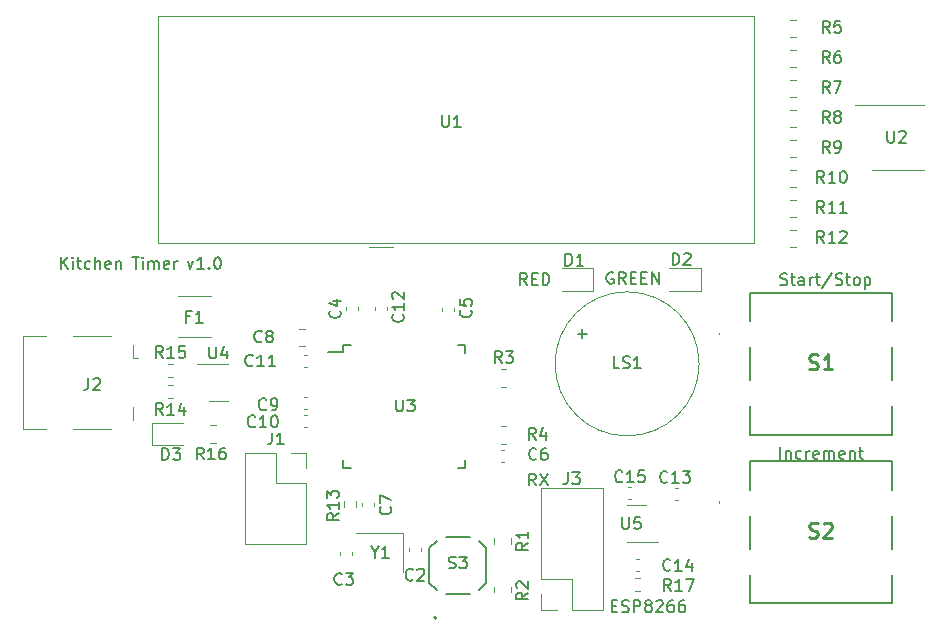
<source format=gbr>
%TF.GenerationSoftware,KiCad,Pcbnew,(7.0.0)*%
%TF.CreationDate,2023-05-03T17:51:17-06:00*%
%TF.ProjectId,Phase_B_Proto,50686173-655f-4425-9f50-726f746f2e6b,rev?*%
%TF.SameCoordinates,Original*%
%TF.FileFunction,Legend,Top*%
%TF.FilePolarity,Positive*%
%FSLAX46Y46*%
G04 Gerber Fmt 4.6, Leading zero omitted, Abs format (unit mm)*
G04 Created by KiCad (PCBNEW (7.0.0)) date 2023-05-03 17:51:17*
%MOMM*%
%LPD*%
G01*
G04 APERTURE LIST*
%ADD10C,0.150000*%
%ADD11C,0.254000*%
%ADD12C,0.120000*%
%ADD13C,0.100000*%
%ADD14C,0.200000*%
%ADD15C,0.127000*%
G04 APERTURE END LIST*
D10*
X144662495Y-73696380D02*
X144662495Y-72696380D01*
X145233923Y-73696380D02*
X144805352Y-73124952D01*
X145233923Y-72696380D02*
X144662495Y-73267809D01*
X145662495Y-73696380D02*
X145662495Y-73029714D01*
X145662495Y-72696380D02*
X145614876Y-72744000D01*
X145614876Y-72744000D02*
X145662495Y-72791619D01*
X145662495Y-72791619D02*
X145710114Y-72744000D01*
X145710114Y-72744000D02*
X145662495Y-72696380D01*
X145662495Y-72696380D02*
X145662495Y-72791619D01*
X145995828Y-73029714D02*
X146376780Y-73029714D01*
X146138685Y-72696380D02*
X146138685Y-73553523D01*
X146138685Y-73553523D02*
X146186304Y-73648761D01*
X146186304Y-73648761D02*
X146281542Y-73696380D01*
X146281542Y-73696380D02*
X146376780Y-73696380D01*
X147138685Y-73648761D02*
X147043447Y-73696380D01*
X147043447Y-73696380D02*
X146852971Y-73696380D01*
X146852971Y-73696380D02*
X146757733Y-73648761D01*
X146757733Y-73648761D02*
X146710114Y-73601142D01*
X146710114Y-73601142D02*
X146662495Y-73505904D01*
X146662495Y-73505904D02*
X146662495Y-73220190D01*
X146662495Y-73220190D02*
X146710114Y-73124952D01*
X146710114Y-73124952D02*
X146757733Y-73077333D01*
X146757733Y-73077333D02*
X146852971Y-73029714D01*
X146852971Y-73029714D02*
X147043447Y-73029714D01*
X147043447Y-73029714D02*
X147138685Y-73077333D01*
X147567257Y-73696380D02*
X147567257Y-72696380D01*
X147995828Y-73696380D02*
X147995828Y-73172571D01*
X147995828Y-73172571D02*
X147948209Y-73077333D01*
X147948209Y-73077333D02*
X147852971Y-73029714D01*
X147852971Y-73029714D02*
X147710114Y-73029714D01*
X147710114Y-73029714D02*
X147614876Y-73077333D01*
X147614876Y-73077333D02*
X147567257Y-73124952D01*
X148852971Y-73648761D02*
X148757733Y-73696380D01*
X148757733Y-73696380D02*
X148567257Y-73696380D01*
X148567257Y-73696380D02*
X148472019Y-73648761D01*
X148472019Y-73648761D02*
X148424400Y-73553523D01*
X148424400Y-73553523D02*
X148424400Y-73172571D01*
X148424400Y-73172571D02*
X148472019Y-73077333D01*
X148472019Y-73077333D02*
X148567257Y-73029714D01*
X148567257Y-73029714D02*
X148757733Y-73029714D01*
X148757733Y-73029714D02*
X148852971Y-73077333D01*
X148852971Y-73077333D02*
X148900590Y-73172571D01*
X148900590Y-73172571D02*
X148900590Y-73267809D01*
X148900590Y-73267809D02*
X148424400Y-73363047D01*
X149329162Y-73029714D02*
X149329162Y-73696380D01*
X149329162Y-73124952D02*
X149376781Y-73077333D01*
X149376781Y-73077333D02*
X149472019Y-73029714D01*
X149472019Y-73029714D02*
X149614876Y-73029714D01*
X149614876Y-73029714D02*
X149710114Y-73077333D01*
X149710114Y-73077333D02*
X149757733Y-73172571D01*
X149757733Y-73172571D02*
X149757733Y-73696380D01*
X150691067Y-72696380D02*
X151262495Y-72696380D01*
X150976781Y-73696380D02*
X150976781Y-72696380D01*
X151595829Y-73696380D02*
X151595829Y-73029714D01*
X151595829Y-72696380D02*
X151548210Y-72744000D01*
X151548210Y-72744000D02*
X151595829Y-72791619D01*
X151595829Y-72791619D02*
X151643448Y-72744000D01*
X151643448Y-72744000D02*
X151595829Y-72696380D01*
X151595829Y-72696380D02*
X151595829Y-72791619D01*
X152072019Y-73696380D02*
X152072019Y-73029714D01*
X152072019Y-73124952D02*
X152119638Y-73077333D01*
X152119638Y-73077333D02*
X152214876Y-73029714D01*
X152214876Y-73029714D02*
X152357733Y-73029714D01*
X152357733Y-73029714D02*
X152452971Y-73077333D01*
X152452971Y-73077333D02*
X152500590Y-73172571D01*
X152500590Y-73172571D02*
X152500590Y-73696380D01*
X152500590Y-73172571D02*
X152548209Y-73077333D01*
X152548209Y-73077333D02*
X152643447Y-73029714D01*
X152643447Y-73029714D02*
X152786304Y-73029714D01*
X152786304Y-73029714D02*
X152881543Y-73077333D01*
X152881543Y-73077333D02*
X152929162Y-73172571D01*
X152929162Y-73172571D02*
X152929162Y-73696380D01*
X153786304Y-73648761D02*
X153691066Y-73696380D01*
X153691066Y-73696380D02*
X153500590Y-73696380D01*
X153500590Y-73696380D02*
X153405352Y-73648761D01*
X153405352Y-73648761D02*
X153357733Y-73553523D01*
X153357733Y-73553523D02*
X153357733Y-73172571D01*
X153357733Y-73172571D02*
X153405352Y-73077333D01*
X153405352Y-73077333D02*
X153500590Y-73029714D01*
X153500590Y-73029714D02*
X153691066Y-73029714D01*
X153691066Y-73029714D02*
X153786304Y-73077333D01*
X153786304Y-73077333D02*
X153833923Y-73172571D01*
X153833923Y-73172571D02*
X153833923Y-73267809D01*
X153833923Y-73267809D02*
X153357733Y-73363047D01*
X154262495Y-73696380D02*
X154262495Y-73029714D01*
X154262495Y-73220190D02*
X154310114Y-73124952D01*
X154310114Y-73124952D02*
X154357733Y-73077333D01*
X154357733Y-73077333D02*
X154452971Y-73029714D01*
X154452971Y-73029714D02*
X154548209Y-73029714D01*
X155386305Y-73029714D02*
X155624400Y-73696380D01*
X155624400Y-73696380D02*
X155862495Y-73029714D01*
X156767257Y-73696380D02*
X156195829Y-73696380D01*
X156481543Y-73696380D02*
X156481543Y-72696380D01*
X156481543Y-72696380D02*
X156386305Y-72839238D01*
X156386305Y-72839238D02*
X156291067Y-72934476D01*
X156291067Y-72934476D02*
X156195829Y-72982095D01*
X157195829Y-73601142D02*
X157243448Y-73648761D01*
X157243448Y-73648761D02*
X157195829Y-73696380D01*
X157195829Y-73696380D02*
X157148210Y-73648761D01*
X157148210Y-73648761D02*
X157195829Y-73601142D01*
X157195829Y-73601142D02*
X157195829Y-73696380D01*
X157862495Y-72696380D02*
X157957733Y-72696380D01*
X157957733Y-72696380D02*
X158052971Y-72744000D01*
X158052971Y-72744000D02*
X158100590Y-72791619D01*
X158100590Y-72791619D02*
X158148209Y-72886857D01*
X158148209Y-72886857D02*
X158195828Y-73077333D01*
X158195828Y-73077333D02*
X158195828Y-73315428D01*
X158195828Y-73315428D02*
X158148209Y-73505904D01*
X158148209Y-73505904D02*
X158100590Y-73601142D01*
X158100590Y-73601142D02*
X158052971Y-73648761D01*
X158052971Y-73648761D02*
X157957733Y-73696380D01*
X157957733Y-73696380D02*
X157862495Y-73696380D01*
X157862495Y-73696380D02*
X157767257Y-73648761D01*
X157767257Y-73648761D02*
X157719638Y-73601142D01*
X157719638Y-73601142D02*
X157672019Y-73505904D01*
X157672019Y-73505904D02*
X157624400Y-73315428D01*
X157624400Y-73315428D02*
X157624400Y-73077333D01*
X157624400Y-73077333D02*
X157672019Y-72886857D01*
X157672019Y-72886857D02*
X157719638Y-72791619D01*
X157719638Y-72791619D02*
X157767257Y-72744000D01*
X157767257Y-72744000D02*
X157862495Y-72696380D01*
X184857923Y-92035180D02*
X184524590Y-91558990D01*
X184286495Y-92035180D02*
X184286495Y-91035180D01*
X184286495Y-91035180D02*
X184667447Y-91035180D01*
X184667447Y-91035180D02*
X184762685Y-91082800D01*
X184762685Y-91082800D02*
X184810304Y-91130419D01*
X184810304Y-91130419D02*
X184857923Y-91225657D01*
X184857923Y-91225657D02*
X184857923Y-91368514D01*
X184857923Y-91368514D02*
X184810304Y-91463752D01*
X184810304Y-91463752D02*
X184762685Y-91511371D01*
X184762685Y-91511371D02*
X184667447Y-91558990D01*
X184667447Y-91558990D02*
X184286495Y-91558990D01*
X185191257Y-91035180D02*
X185857923Y-92035180D01*
X185857923Y-91035180D02*
X185191257Y-92035180D01*
X191296895Y-102230171D02*
X191630228Y-102230171D01*
X191773085Y-102753980D02*
X191296895Y-102753980D01*
X191296895Y-102753980D02*
X191296895Y-101753980D01*
X191296895Y-101753980D02*
X191773085Y-101753980D01*
X192154038Y-102706361D02*
X192296895Y-102753980D01*
X192296895Y-102753980D02*
X192534990Y-102753980D01*
X192534990Y-102753980D02*
X192630228Y-102706361D01*
X192630228Y-102706361D02*
X192677847Y-102658742D01*
X192677847Y-102658742D02*
X192725466Y-102563504D01*
X192725466Y-102563504D02*
X192725466Y-102468266D01*
X192725466Y-102468266D02*
X192677847Y-102373028D01*
X192677847Y-102373028D02*
X192630228Y-102325409D01*
X192630228Y-102325409D02*
X192534990Y-102277790D01*
X192534990Y-102277790D02*
X192344514Y-102230171D01*
X192344514Y-102230171D02*
X192249276Y-102182552D01*
X192249276Y-102182552D02*
X192201657Y-102134933D01*
X192201657Y-102134933D02*
X192154038Y-102039695D01*
X192154038Y-102039695D02*
X192154038Y-101944457D01*
X192154038Y-101944457D02*
X192201657Y-101849219D01*
X192201657Y-101849219D02*
X192249276Y-101801600D01*
X192249276Y-101801600D02*
X192344514Y-101753980D01*
X192344514Y-101753980D02*
X192582609Y-101753980D01*
X192582609Y-101753980D02*
X192725466Y-101801600D01*
X193154038Y-102753980D02*
X193154038Y-101753980D01*
X193154038Y-101753980D02*
X193534990Y-101753980D01*
X193534990Y-101753980D02*
X193630228Y-101801600D01*
X193630228Y-101801600D02*
X193677847Y-101849219D01*
X193677847Y-101849219D02*
X193725466Y-101944457D01*
X193725466Y-101944457D02*
X193725466Y-102087314D01*
X193725466Y-102087314D02*
X193677847Y-102182552D01*
X193677847Y-102182552D02*
X193630228Y-102230171D01*
X193630228Y-102230171D02*
X193534990Y-102277790D01*
X193534990Y-102277790D02*
X193154038Y-102277790D01*
X194296895Y-102182552D02*
X194201657Y-102134933D01*
X194201657Y-102134933D02*
X194154038Y-102087314D01*
X194154038Y-102087314D02*
X194106419Y-101992076D01*
X194106419Y-101992076D02*
X194106419Y-101944457D01*
X194106419Y-101944457D02*
X194154038Y-101849219D01*
X194154038Y-101849219D02*
X194201657Y-101801600D01*
X194201657Y-101801600D02*
X194296895Y-101753980D01*
X194296895Y-101753980D02*
X194487371Y-101753980D01*
X194487371Y-101753980D02*
X194582609Y-101801600D01*
X194582609Y-101801600D02*
X194630228Y-101849219D01*
X194630228Y-101849219D02*
X194677847Y-101944457D01*
X194677847Y-101944457D02*
X194677847Y-101992076D01*
X194677847Y-101992076D02*
X194630228Y-102087314D01*
X194630228Y-102087314D02*
X194582609Y-102134933D01*
X194582609Y-102134933D02*
X194487371Y-102182552D01*
X194487371Y-102182552D02*
X194296895Y-102182552D01*
X194296895Y-102182552D02*
X194201657Y-102230171D01*
X194201657Y-102230171D02*
X194154038Y-102277790D01*
X194154038Y-102277790D02*
X194106419Y-102373028D01*
X194106419Y-102373028D02*
X194106419Y-102563504D01*
X194106419Y-102563504D02*
X194154038Y-102658742D01*
X194154038Y-102658742D02*
X194201657Y-102706361D01*
X194201657Y-102706361D02*
X194296895Y-102753980D01*
X194296895Y-102753980D02*
X194487371Y-102753980D01*
X194487371Y-102753980D02*
X194582609Y-102706361D01*
X194582609Y-102706361D02*
X194630228Y-102658742D01*
X194630228Y-102658742D02*
X194677847Y-102563504D01*
X194677847Y-102563504D02*
X194677847Y-102373028D01*
X194677847Y-102373028D02*
X194630228Y-102277790D01*
X194630228Y-102277790D02*
X194582609Y-102230171D01*
X194582609Y-102230171D02*
X194487371Y-102182552D01*
X195058800Y-101849219D02*
X195106419Y-101801600D01*
X195106419Y-101801600D02*
X195201657Y-101753980D01*
X195201657Y-101753980D02*
X195439752Y-101753980D01*
X195439752Y-101753980D02*
X195534990Y-101801600D01*
X195534990Y-101801600D02*
X195582609Y-101849219D01*
X195582609Y-101849219D02*
X195630228Y-101944457D01*
X195630228Y-101944457D02*
X195630228Y-102039695D01*
X195630228Y-102039695D02*
X195582609Y-102182552D01*
X195582609Y-102182552D02*
X195011181Y-102753980D01*
X195011181Y-102753980D02*
X195630228Y-102753980D01*
X196487371Y-101753980D02*
X196296895Y-101753980D01*
X196296895Y-101753980D02*
X196201657Y-101801600D01*
X196201657Y-101801600D02*
X196154038Y-101849219D01*
X196154038Y-101849219D02*
X196058800Y-101992076D01*
X196058800Y-101992076D02*
X196011181Y-102182552D01*
X196011181Y-102182552D02*
X196011181Y-102563504D01*
X196011181Y-102563504D02*
X196058800Y-102658742D01*
X196058800Y-102658742D02*
X196106419Y-102706361D01*
X196106419Y-102706361D02*
X196201657Y-102753980D01*
X196201657Y-102753980D02*
X196392133Y-102753980D01*
X196392133Y-102753980D02*
X196487371Y-102706361D01*
X196487371Y-102706361D02*
X196534990Y-102658742D01*
X196534990Y-102658742D02*
X196582609Y-102563504D01*
X196582609Y-102563504D02*
X196582609Y-102325409D01*
X196582609Y-102325409D02*
X196534990Y-102230171D01*
X196534990Y-102230171D02*
X196487371Y-102182552D01*
X196487371Y-102182552D02*
X196392133Y-102134933D01*
X196392133Y-102134933D02*
X196201657Y-102134933D01*
X196201657Y-102134933D02*
X196106419Y-102182552D01*
X196106419Y-102182552D02*
X196058800Y-102230171D01*
X196058800Y-102230171D02*
X196011181Y-102325409D01*
X197439752Y-101753980D02*
X197249276Y-101753980D01*
X197249276Y-101753980D02*
X197154038Y-101801600D01*
X197154038Y-101801600D02*
X197106419Y-101849219D01*
X197106419Y-101849219D02*
X197011181Y-101992076D01*
X197011181Y-101992076D02*
X196963562Y-102182552D01*
X196963562Y-102182552D02*
X196963562Y-102563504D01*
X196963562Y-102563504D02*
X197011181Y-102658742D01*
X197011181Y-102658742D02*
X197058800Y-102706361D01*
X197058800Y-102706361D02*
X197154038Y-102753980D01*
X197154038Y-102753980D02*
X197344514Y-102753980D01*
X197344514Y-102753980D02*
X197439752Y-102706361D01*
X197439752Y-102706361D02*
X197487371Y-102658742D01*
X197487371Y-102658742D02*
X197534990Y-102563504D01*
X197534990Y-102563504D02*
X197534990Y-102325409D01*
X197534990Y-102325409D02*
X197487371Y-102230171D01*
X197487371Y-102230171D02*
X197439752Y-102182552D01*
X197439752Y-102182552D02*
X197344514Y-102134933D01*
X197344514Y-102134933D02*
X197154038Y-102134933D01*
X197154038Y-102134933D02*
X197058800Y-102182552D01*
X197058800Y-102182552D02*
X197011181Y-102230171D01*
X197011181Y-102230171D02*
X196963562Y-102325409D01*
X191414304Y-74014000D02*
X191319066Y-73966380D01*
X191319066Y-73966380D02*
X191176209Y-73966380D01*
X191176209Y-73966380D02*
X191033352Y-74014000D01*
X191033352Y-74014000D02*
X190938114Y-74109238D01*
X190938114Y-74109238D02*
X190890495Y-74204476D01*
X190890495Y-74204476D02*
X190842876Y-74394952D01*
X190842876Y-74394952D02*
X190842876Y-74537809D01*
X190842876Y-74537809D02*
X190890495Y-74728285D01*
X190890495Y-74728285D02*
X190938114Y-74823523D01*
X190938114Y-74823523D02*
X191033352Y-74918761D01*
X191033352Y-74918761D02*
X191176209Y-74966380D01*
X191176209Y-74966380D02*
X191271447Y-74966380D01*
X191271447Y-74966380D02*
X191414304Y-74918761D01*
X191414304Y-74918761D02*
X191461923Y-74871142D01*
X191461923Y-74871142D02*
X191461923Y-74537809D01*
X191461923Y-74537809D02*
X191271447Y-74537809D01*
X192461923Y-74966380D02*
X192128590Y-74490190D01*
X191890495Y-74966380D02*
X191890495Y-73966380D01*
X191890495Y-73966380D02*
X192271447Y-73966380D01*
X192271447Y-73966380D02*
X192366685Y-74014000D01*
X192366685Y-74014000D02*
X192414304Y-74061619D01*
X192414304Y-74061619D02*
X192461923Y-74156857D01*
X192461923Y-74156857D02*
X192461923Y-74299714D01*
X192461923Y-74299714D02*
X192414304Y-74394952D01*
X192414304Y-74394952D02*
X192366685Y-74442571D01*
X192366685Y-74442571D02*
X192271447Y-74490190D01*
X192271447Y-74490190D02*
X191890495Y-74490190D01*
X192890495Y-74442571D02*
X193223828Y-74442571D01*
X193366685Y-74966380D02*
X192890495Y-74966380D01*
X192890495Y-74966380D02*
X192890495Y-73966380D01*
X192890495Y-73966380D02*
X193366685Y-73966380D01*
X193795257Y-74442571D02*
X194128590Y-74442571D01*
X194271447Y-74966380D02*
X193795257Y-74966380D01*
X193795257Y-74966380D02*
X193795257Y-73966380D01*
X193795257Y-73966380D02*
X194271447Y-73966380D01*
X194700019Y-74966380D02*
X194700019Y-73966380D01*
X194700019Y-73966380D02*
X195271447Y-74966380D01*
X195271447Y-74966380D02*
X195271447Y-73966380D01*
X184116742Y-75067980D02*
X183783409Y-74591790D01*
X183545314Y-75067980D02*
X183545314Y-74067980D01*
X183545314Y-74067980D02*
X183926266Y-74067980D01*
X183926266Y-74067980D02*
X184021504Y-74115600D01*
X184021504Y-74115600D02*
X184069123Y-74163219D01*
X184069123Y-74163219D02*
X184116742Y-74258457D01*
X184116742Y-74258457D02*
X184116742Y-74401314D01*
X184116742Y-74401314D02*
X184069123Y-74496552D01*
X184069123Y-74496552D02*
X184021504Y-74544171D01*
X184021504Y-74544171D02*
X183926266Y-74591790D01*
X183926266Y-74591790D02*
X183545314Y-74591790D01*
X184545314Y-74544171D02*
X184878647Y-74544171D01*
X185021504Y-75067980D02*
X184545314Y-75067980D01*
X184545314Y-75067980D02*
X184545314Y-74067980D01*
X184545314Y-74067980D02*
X185021504Y-74067980D01*
X185450076Y-75067980D02*
X185450076Y-74067980D01*
X185450076Y-74067980D02*
X185688171Y-74067980D01*
X185688171Y-74067980D02*
X185831028Y-74115600D01*
X185831028Y-74115600D02*
X185926266Y-74210838D01*
X185926266Y-74210838D02*
X185973885Y-74306076D01*
X185973885Y-74306076D02*
X186021504Y-74496552D01*
X186021504Y-74496552D02*
X186021504Y-74639409D01*
X186021504Y-74639409D02*
X185973885Y-74829885D01*
X185973885Y-74829885D02*
X185926266Y-74925123D01*
X185926266Y-74925123D02*
X185831028Y-75020361D01*
X185831028Y-75020361D02*
X185688171Y-75067980D01*
X185688171Y-75067980D02*
X185450076Y-75067980D01*
X205538819Y-89766380D02*
X205538819Y-88766380D01*
X206015009Y-89099714D02*
X206015009Y-89766380D01*
X206015009Y-89194952D02*
X206062628Y-89147333D01*
X206062628Y-89147333D02*
X206157866Y-89099714D01*
X206157866Y-89099714D02*
X206300723Y-89099714D01*
X206300723Y-89099714D02*
X206395961Y-89147333D01*
X206395961Y-89147333D02*
X206443580Y-89242571D01*
X206443580Y-89242571D02*
X206443580Y-89766380D01*
X207348342Y-89718761D02*
X207253104Y-89766380D01*
X207253104Y-89766380D02*
X207062628Y-89766380D01*
X207062628Y-89766380D02*
X206967390Y-89718761D01*
X206967390Y-89718761D02*
X206919771Y-89671142D01*
X206919771Y-89671142D02*
X206872152Y-89575904D01*
X206872152Y-89575904D02*
X206872152Y-89290190D01*
X206872152Y-89290190D02*
X206919771Y-89194952D01*
X206919771Y-89194952D02*
X206967390Y-89147333D01*
X206967390Y-89147333D02*
X207062628Y-89099714D01*
X207062628Y-89099714D02*
X207253104Y-89099714D01*
X207253104Y-89099714D02*
X207348342Y-89147333D01*
X207776914Y-89766380D02*
X207776914Y-89099714D01*
X207776914Y-89290190D02*
X207824533Y-89194952D01*
X207824533Y-89194952D02*
X207872152Y-89147333D01*
X207872152Y-89147333D02*
X207967390Y-89099714D01*
X207967390Y-89099714D02*
X208062628Y-89099714D01*
X208776914Y-89718761D02*
X208681676Y-89766380D01*
X208681676Y-89766380D02*
X208491200Y-89766380D01*
X208491200Y-89766380D02*
X208395962Y-89718761D01*
X208395962Y-89718761D02*
X208348343Y-89623523D01*
X208348343Y-89623523D02*
X208348343Y-89242571D01*
X208348343Y-89242571D02*
X208395962Y-89147333D01*
X208395962Y-89147333D02*
X208491200Y-89099714D01*
X208491200Y-89099714D02*
X208681676Y-89099714D01*
X208681676Y-89099714D02*
X208776914Y-89147333D01*
X208776914Y-89147333D02*
X208824533Y-89242571D01*
X208824533Y-89242571D02*
X208824533Y-89337809D01*
X208824533Y-89337809D02*
X208348343Y-89433047D01*
X209253105Y-89766380D02*
X209253105Y-89099714D01*
X209253105Y-89194952D02*
X209300724Y-89147333D01*
X209300724Y-89147333D02*
X209395962Y-89099714D01*
X209395962Y-89099714D02*
X209538819Y-89099714D01*
X209538819Y-89099714D02*
X209634057Y-89147333D01*
X209634057Y-89147333D02*
X209681676Y-89242571D01*
X209681676Y-89242571D02*
X209681676Y-89766380D01*
X209681676Y-89242571D02*
X209729295Y-89147333D01*
X209729295Y-89147333D02*
X209824533Y-89099714D01*
X209824533Y-89099714D02*
X209967390Y-89099714D01*
X209967390Y-89099714D02*
X210062629Y-89147333D01*
X210062629Y-89147333D02*
X210110248Y-89242571D01*
X210110248Y-89242571D02*
X210110248Y-89766380D01*
X210967390Y-89718761D02*
X210872152Y-89766380D01*
X210872152Y-89766380D02*
X210681676Y-89766380D01*
X210681676Y-89766380D02*
X210586438Y-89718761D01*
X210586438Y-89718761D02*
X210538819Y-89623523D01*
X210538819Y-89623523D02*
X210538819Y-89242571D01*
X210538819Y-89242571D02*
X210586438Y-89147333D01*
X210586438Y-89147333D02*
X210681676Y-89099714D01*
X210681676Y-89099714D02*
X210872152Y-89099714D01*
X210872152Y-89099714D02*
X210967390Y-89147333D01*
X210967390Y-89147333D02*
X211015009Y-89242571D01*
X211015009Y-89242571D02*
X211015009Y-89337809D01*
X211015009Y-89337809D02*
X210538819Y-89433047D01*
X211443581Y-89099714D02*
X211443581Y-89766380D01*
X211443581Y-89194952D02*
X211491200Y-89147333D01*
X211491200Y-89147333D02*
X211586438Y-89099714D01*
X211586438Y-89099714D02*
X211729295Y-89099714D01*
X211729295Y-89099714D02*
X211824533Y-89147333D01*
X211824533Y-89147333D02*
X211872152Y-89242571D01*
X211872152Y-89242571D02*
X211872152Y-89766380D01*
X212205486Y-89099714D02*
X212586438Y-89099714D01*
X212348343Y-88766380D02*
X212348343Y-89623523D01*
X212348343Y-89623523D02*
X212395962Y-89718761D01*
X212395962Y-89718761D02*
X212491200Y-89766380D01*
X212491200Y-89766380D02*
X212586438Y-89766380D01*
X205574876Y-75020361D02*
X205717733Y-75067980D01*
X205717733Y-75067980D02*
X205955828Y-75067980D01*
X205955828Y-75067980D02*
X206051066Y-75020361D01*
X206051066Y-75020361D02*
X206098685Y-74972742D01*
X206098685Y-74972742D02*
X206146304Y-74877504D01*
X206146304Y-74877504D02*
X206146304Y-74782266D01*
X206146304Y-74782266D02*
X206098685Y-74687028D01*
X206098685Y-74687028D02*
X206051066Y-74639409D01*
X206051066Y-74639409D02*
X205955828Y-74591790D01*
X205955828Y-74591790D02*
X205765352Y-74544171D01*
X205765352Y-74544171D02*
X205670114Y-74496552D01*
X205670114Y-74496552D02*
X205622495Y-74448933D01*
X205622495Y-74448933D02*
X205574876Y-74353695D01*
X205574876Y-74353695D02*
X205574876Y-74258457D01*
X205574876Y-74258457D02*
X205622495Y-74163219D01*
X205622495Y-74163219D02*
X205670114Y-74115600D01*
X205670114Y-74115600D02*
X205765352Y-74067980D01*
X205765352Y-74067980D02*
X206003447Y-74067980D01*
X206003447Y-74067980D02*
X206146304Y-74115600D01*
X206432019Y-74401314D02*
X206812971Y-74401314D01*
X206574876Y-74067980D02*
X206574876Y-74925123D01*
X206574876Y-74925123D02*
X206622495Y-75020361D01*
X206622495Y-75020361D02*
X206717733Y-75067980D01*
X206717733Y-75067980D02*
X206812971Y-75067980D01*
X207574876Y-75067980D02*
X207574876Y-74544171D01*
X207574876Y-74544171D02*
X207527257Y-74448933D01*
X207527257Y-74448933D02*
X207432019Y-74401314D01*
X207432019Y-74401314D02*
X207241543Y-74401314D01*
X207241543Y-74401314D02*
X207146305Y-74448933D01*
X207574876Y-75020361D02*
X207479638Y-75067980D01*
X207479638Y-75067980D02*
X207241543Y-75067980D01*
X207241543Y-75067980D02*
X207146305Y-75020361D01*
X207146305Y-75020361D02*
X207098686Y-74925123D01*
X207098686Y-74925123D02*
X207098686Y-74829885D01*
X207098686Y-74829885D02*
X207146305Y-74734647D01*
X207146305Y-74734647D02*
X207241543Y-74687028D01*
X207241543Y-74687028D02*
X207479638Y-74687028D01*
X207479638Y-74687028D02*
X207574876Y-74639409D01*
X208051067Y-75067980D02*
X208051067Y-74401314D01*
X208051067Y-74591790D02*
X208098686Y-74496552D01*
X208098686Y-74496552D02*
X208146305Y-74448933D01*
X208146305Y-74448933D02*
X208241543Y-74401314D01*
X208241543Y-74401314D02*
X208336781Y-74401314D01*
X208527258Y-74401314D02*
X208908210Y-74401314D01*
X208670115Y-74067980D02*
X208670115Y-74925123D01*
X208670115Y-74925123D02*
X208717734Y-75020361D01*
X208717734Y-75020361D02*
X208812972Y-75067980D01*
X208812972Y-75067980D02*
X208908210Y-75067980D01*
X209955829Y-74020361D02*
X209098687Y-75306076D01*
X210241544Y-75020361D02*
X210384401Y-75067980D01*
X210384401Y-75067980D02*
X210622496Y-75067980D01*
X210622496Y-75067980D02*
X210717734Y-75020361D01*
X210717734Y-75020361D02*
X210765353Y-74972742D01*
X210765353Y-74972742D02*
X210812972Y-74877504D01*
X210812972Y-74877504D02*
X210812972Y-74782266D01*
X210812972Y-74782266D02*
X210765353Y-74687028D01*
X210765353Y-74687028D02*
X210717734Y-74639409D01*
X210717734Y-74639409D02*
X210622496Y-74591790D01*
X210622496Y-74591790D02*
X210432020Y-74544171D01*
X210432020Y-74544171D02*
X210336782Y-74496552D01*
X210336782Y-74496552D02*
X210289163Y-74448933D01*
X210289163Y-74448933D02*
X210241544Y-74353695D01*
X210241544Y-74353695D02*
X210241544Y-74258457D01*
X210241544Y-74258457D02*
X210289163Y-74163219D01*
X210289163Y-74163219D02*
X210336782Y-74115600D01*
X210336782Y-74115600D02*
X210432020Y-74067980D01*
X210432020Y-74067980D02*
X210670115Y-74067980D01*
X210670115Y-74067980D02*
X210812972Y-74115600D01*
X211098687Y-74401314D02*
X211479639Y-74401314D01*
X211241544Y-74067980D02*
X211241544Y-74925123D01*
X211241544Y-74925123D02*
X211289163Y-75020361D01*
X211289163Y-75020361D02*
X211384401Y-75067980D01*
X211384401Y-75067980D02*
X211479639Y-75067980D01*
X211955830Y-75067980D02*
X211860592Y-75020361D01*
X211860592Y-75020361D02*
X211812973Y-74972742D01*
X211812973Y-74972742D02*
X211765354Y-74877504D01*
X211765354Y-74877504D02*
X211765354Y-74591790D01*
X211765354Y-74591790D02*
X211812973Y-74496552D01*
X211812973Y-74496552D02*
X211860592Y-74448933D01*
X211860592Y-74448933D02*
X211955830Y-74401314D01*
X211955830Y-74401314D02*
X212098687Y-74401314D01*
X212098687Y-74401314D02*
X212193925Y-74448933D01*
X212193925Y-74448933D02*
X212241544Y-74496552D01*
X212241544Y-74496552D02*
X212289163Y-74591790D01*
X212289163Y-74591790D02*
X212289163Y-74877504D01*
X212289163Y-74877504D02*
X212241544Y-74972742D01*
X212241544Y-74972742D02*
X212193925Y-75020361D01*
X212193925Y-75020361D02*
X212098687Y-75067980D01*
X212098687Y-75067980D02*
X211955830Y-75067980D01*
X212717735Y-74401314D02*
X212717735Y-75401314D01*
X212717735Y-74448933D02*
X212812973Y-74401314D01*
X212812973Y-74401314D02*
X213003449Y-74401314D01*
X213003449Y-74401314D02*
X213098687Y-74448933D01*
X213098687Y-74448933D02*
X213146306Y-74496552D01*
X213146306Y-74496552D02*
X213193925Y-74591790D01*
X213193925Y-74591790D02*
X213193925Y-74877504D01*
X213193925Y-74877504D02*
X213146306Y-74972742D01*
X213146306Y-74972742D02*
X213098687Y-75020361D01*
X213098687Y-75020361D02*
X213003449Y-75067980D01*
X213003449Y-75067980D02*
X212812973Y-75067980D01*
X212812973Y-75067980D02*
X212717735Y-75020361D01*
%TO.C,C9*%
X162037733Y-85565342D02*
X161990114Y-85612961D01*
X161990114Y-85612961D02*
X161847257Y-85660580D01*
X161847257Y-85660580D02*
X161752019Y-85660580D01*
X161752019Y-85660580D02*
X161609162Y-85612961D01*
X161609162Y-85612961D02*
X161513924Y-85517723D01*
X161513924Y-85517723D02*
X161466305Y-85422485D01*
X161466305Y-85422485D02*
X161418686Y-85232009D01*
X161418686Y-85232009D02*
X161418686Y-85089152D01*
X161418686Y-85089152D02*
X161466305Y-84898676D01*
X161466305Y-84898676D02*
X161513924Y-84803438D01*
X161513924Y-84803438D02*
X161609162Y-84708200D01*
X161609162Y-84708200D02*
X161752019Y-84660580D01*
X161752019Y-84660580D02*
X161847257Y-84660580D01*
X161847257Y-84660580D02*
X161990114Y-84708200D01*
X161990114Y-84708200D02*
X162037733Y-84755819D01*
X162513924Y-85660580D02*
X162704400Y-85660580D01*
X162704400Y-85660580D02*
X162799638Y-85612961D01*
X162799638Y-85612961D02*
X162847257Y-85565342D01*
X162847257Y-85565342D02*
X162942495Y-85422485D01*
X162942495Y-85422485D02*
X162990114Y-85232009D01*
X162990114Y-85232009D02*
X162990114Y-84851057D01*
X162990114Y-84851057D02*
X162942495Y-84755819D01*
X162942495Y-84755819D02*
X162894876Y-84708200D01*
X162894876Y-84708200D02*
X162799638Y-84660580D01*
X162799638Y-84660580D02*
X162609162Y-84660580D01*
X162609162Y-84660580D02*
X162513924Y-84708200D01*
X162513924Y-84708200D02*
X162466305Y-84755819D01*
X162466305Y-84755819D02*
X162418686Y-84851057D01*
X162418686Y-84851057D02*
X162418686Y-85089152D01*
X162418686Y-85089152D02*
X162466305Y-85184390D01*
X162466305Y-85184390D02*
X162513924Y-85232009D01*
X162513924Y-85232009D02*
X162609162Y-85279628D01*
X162609162Y-85279628D02*
X162799638Y-85279628D01*
X162799638Y-85279628D02*
X162894876Y-85232009D01*
X162894876Y-85232009D02*
X162942495Y-85184390D01*
X162942495Y-85184390D02*
X162990114Y-85089152D01*
%TO.C,R4*%
X184846933Y-88149780D02*
X184513600Y-87673590D01*
X184275505Y-88149780D02*
X184275505Y-87149780D01*
X184275505Y-87149780D02*
X184656457Y-87149780D01*
X184656457Y-87149780D02*
X184751695Y-87197400D01*
X184751695Y-87197400D02*
X184799314Y-87245019D01*
X184799314Y-87245019D02*
X184846933Y-87340257D01*
X184846933Y-87340257D02*
X184846933Y-87483114D01*
X184846933Y-87483114D02*
X184799314Y-87578352D01*
X184799314Y-87578352D02*
X184751695Y-87625971D01*
X184751695Y-87625971D02*
X184656457Y-87673590D01*
X184656457Y-87673590D02*
X184275505Y-87673590D01*
X185704076Y-87483114D02*
X185704076Y-88149780D01*
X185465981Y-87102161D02*
X185227886Y-87816447D01*
X185227886Y-87816447D02*
X185846933Y-87816447D01*
%TO.C,R12*%
X209267142Y-71487380D02*
X208933809Y-71011190D01*
X208695714Y-71487380D02*
X208695714Y-70487380D01*
X208695714Y-70487380D02*
X209076666Y-70487380D01*
X209076666Y-70487380D02*
X209171904Y-70535000D01*
X209171904Y-70535000D02*
X209219523Y-70582619D01*
X209219523Y-70582619D02*
X209267142Y-70677857D01*
X209267142Y-70677857D02*
X209267142Y-70820714D01*
X209267142Y-70820714D02*
X209219523Y-70915952D01*
X209219523Y-70915952D02*
X209171904Y-70963571D01*
X209171904Y-70963571D02*
X209076666Y-71011190D01*
X209076666Y-71011190D02*
X208695714Y-71011190D01*
X210219523Y-71487380D02*
X209648095Y-71487380D01*
X209933809Y-71487380D02*
X209933809Y-70487380D01*
X209933809Y-70487380D02*
X209838571Y-70630238D01*
X209838571Y-70630238D02*
X209743333Y-70725476D01*
X209743333Y-70725476D02*
X209648095Y-70773095D01*
X210600476Y-70582619D02*
X210648095Y-70535000D01*
X210648095Y-70535000D02*
X210743333Y-70487380D01*
X210743333Y-70487380D02*
X210981428Y-70487380D01*
X210981428Y-70487380D02*
X211076666Y-70535000D01*
X211076666Y-70535000D02*
X211124285Y-70582619D01*
X211124285Y-70582619D02*
X211171904Y-70677857D01*
X211171904Y-70677857D02*
X211171904Y-70773095D01*
X211171904Y-70773095D02*
X211124285Y-70915952D01*
X211124285Y-70915952D02*
X210552857Y-71487380D01*
X210552857Y-71487380D02*
X211171904Y-71487380D01*
%TO.C,D3*%
X153236705Y-89876980D02*
X153236705Y-88876980D01*
X153236705Y-88876980D02*
X153474800Y-88876980D01*
X153474800Y-88876980D02*
X153617657Y-88924600D01*
X153617657Y-88924600D02*
X153712895Y-89019838D01*
X153712895Y-89019838D02*
X153760514Y-89115076D01*
X153760514Y-89115076D02*
X153808133Y-89305552D01*
X153808133Y-89305552D02*
X153808133Y-89448409D01*
X153808133Y-89448409D02*
X153760514Y-89638885D01*
X153760514Y-89638885D02*
X153712895Y-89734123D01*
X153712895Y-89734123D02*
X153617657Y-89829361D01*
X153617657Y-89829361D02*
X153474800Y-89876980D01*
X153474800Y-89876980D02*
X153236705Y-89876980D01*
X154141467Y-88876980D02*
X154760514Y-88876980D01*
X154760514Y-88876980D02*
X154427181Y-89257933D01*
X154427181Y-89257933D02*
X154570038Y-89257933D01*
X154570038Y-89257933D02*
X154665276Y-89305552D01*
X154665276Y-89305552D02*
X154712895Y-89353171D01*
X154712895Y-89353171D02*
X154760514Y-89448409D01*
X154760514Y-89448409D02*
X154760514Y-89686504D01*
X154760514Y-89686504D02*
X154712895Y-89781742D01*
X154712895Y-89781742D02*
X154665276Y-89829361D01*
X154665276Y-89829361D02*
X154570038Y-89876980D01*
X154570038Y-89876980D02*
X154284324Y-89876980D01*
X154284324Y-89876980D02*
X154189086Y-89829361D01*
X154189086Y-89829361D02*
X154141467Y-89781742D01*
%TO.C,C11*%
X160901142Y-81856942D02*
X160853523Y-81904561D01*
X160853523Y-81904561D02*
X160710666Y-81952180D01*
X160710666Y-81952180D02*
X160615428Y-81952180D01*
X160615428Y-81952180D02*
X160472571Y-81904561D01*
X160472571Y-81904561D02*
X160377333Y-81809323D01*
X160377333Y-81809323D02*
X160329714Y-81714085D01*
X160329714Y-81714085D02*
X160282095Y-81523609D01*
X160282095Y-81523609D02*
X160282095Y-81380752D01*
X160282095Y-81380752D02*
X160329714Y-81190276D01*
X160329714Y-81190276D02*
X160377333Y-81095038D01*
X160377333Y-81095038D02*
X160472571Y-80999800D01*
X160472571Y-80999800D02*
X160615428Y-80952180D01*
X160615428Y-80952180D02*
X160710666Y-80952180D01*
X160710666Y-80952180D02*
X160853523Y-80999800D01*
X160853523Y-80999800D02*
X160901142Y-81047419D01*
X161853523Y-81952180D02*
X161282095Y-81952180D01*
X161567809Y-81952180D02*
X161567809Y-80952180D01*
X161567809Y-80952180D02*
X161472571Y-81095038D01*
X161472571Y-81095038D02*
X161377333Y-81190276D01*
X161377333Y-81190276D02*
X161282095Y-81237895D01*
X162805904Y-81952180D02*
X162234476Y-81952180D01*
X162520190Y-81952180D02*
X162520190Y-80952180D01*
X162520190Y-80952180D02*
X162424952Y-81095038D01*
X162424952Y-81095038D02*
X162329714Y-81190276D01*
X162329714Y-81190276D02*
X162234476Y-81237895D01*
%TO.C,R2*%
X184212580Y-101106266D02*
X183736390Y-101439599D01*
X184212580Y-101677694D02*
X183212580Y-101677694D01*
X183212580Y-101677694D02*
X183212580Y-101296742D01*
X183212580Y-101296742D02*
X183260200Y-101201504D01*
X183260200Y-101201504D02*
X183307819Y-101153885D01*
X183307819Y-101153885D02*
X183403057Y-101106266D01*
X183403057Y-101106266D02*
X183545914Y-101106266D01*
X183545914Y-101106266D02*
X183641152Y-101153885D01*
X183641152Y-101153885D02*
X183688771Y-101201504D01*
X183688771Y-101201504D02*
X183736390Y-101296742D01*
X183736390Y-101296742D02*
X183736390Y-101677694D01*
X183307819Y-100725313D02*
X183260200Y-100677694D01*
X183260200Y-100677694D02*
X183212580Y-100582456D01*
X183212580Y-100582456D02*
X183212580Y-100344361D01*
X183212580Y-100344361D02*
X183260200Y-100249123D01*
X183260200Y-100249123D02*
X183307819Y-100201504D01*
X183307819Y-100201504D02*
X183403057Y-100153885D01*
X183403057Y-100153885D02*
X183498295Y-100153885D01*
X183498295Y-100153885D02*
X183641152Y-100201504D01*
X183641152Y-100201504D02*
X184212580Y-100772932D01*
X184212580Y-100772932D02*
X184212580Y-100153885D01*
%TO.C,C13*%
X196003942Y-91712142D02*
X195956323Y-91759761D01*
X195956323Y-91759761D02*
X195813466Y-91807380D01*
X195813466Y-91807380D02*
X195718228Y-91807380D01*
X195718228Y-91807380D02*
X195575371Y-91759761D01*
X195575371Y-91759761D02*
X195480133Y-91664523D01*
X195480133Y-91664523D02*
X195432514Y-91569285D01*
X195432514Y-91569285D02*
X195384895Y-91378809D01*
X195384895Y-91378809D02*
X195384895Y-91235952D01*
X195384895Y-91235952D02*
X195432514Y-91045476D01*
X195432514Y-91045476D02*
X195480133Y-90950238D01*
X195480133Y-90950238D02*
X195575371Y-90855000D01*
X195575371Y-90855000D02*
X195718228Y-90807380D01*
X195718228Y-90807380D02*
X195813466Y-90807380D01*
X195813466Y-90807380D02*
X195956323Y-90855000D01*
X195956323Y-90855000D02*
X196003942Y-90902619D01*
X196956323Y-91807380D02*
X196384895Y-91807380D01*
X196670609Y-91807380D02*
X196670609Y-90807380D01*
X196670609Y-90807380D02*
X196575371Y-90950238D01*
X196575371Y-90950238D02*
X196480133Y-91045476D01*
X196480133Y-91045476D02*
X196384895Y-91093095D01*
X197289657Y-90807380D02*
X197908704Y-90807380D01*
X197908704Y-90807380D02*
X197575371Y-91188333D01*
X197575371Y-91188333D02*
X197718228Y-91188333D01*
X197718228Y-91188333D02*
X197813466Y-91235952D01*
X197813466Y-91235952D02*
X197861085Y-91283571D01*
X197861085Y-91283571D02*
X197908704Y-91378809D01*
X197908704Y-91378809D02*
X197908704Y-91616904D01*
X197908704Y-91616904D02*
X197861085Y-91712142D01*
X197861085Y-91712142D02*
X197813466Y-91759761D01*
X197813466Y-91759761D02*
X197718228Y-91807380D01*
X197718228Y-91807380D02*
X197432514Y-91807380D01*
X197432514Y-91807380D02*
X197337276Y-91759761D01*
X197337276Y-91759761D02*
X197289657Y-91712142D01*
%TO.C,R11*%
X209267142Y-68947380D02*
X208933809Y-68471190D01*
X208695714Y-68947380D02*
X208695714Y-67947380D01*
X208695714Y-67947380D02*
X209076666Y-67947380D01*
X209076666Y-67947380D02*
X209171904Y-67995000D01*
X209171904Y-67995000D02*
X209219523Y-68042619D01*
X209219523Y-68042619D02*
X209267142Y-68137857D01*
X209267142Y-68137857D02*
X209267142Y-68280714D01*
X209267142Y-68280714D02*
X209219523Y-68375952D01*
X209219523Y-68375952D02*
X209171904Y-68423571D01*
X209171904Y-68423571D02*
X209076666Y-68471190D01*
X209076666Y-68471190D02*
X208695714Y-68471190D01*
X210219523Y-68947380D02*
X209648095Y-68947380D01*
X209933809Y-68947380D02*
X209933809Y-67947380D01*
X209933809Y-67947380D02*
X209838571Y-68090238D01*
X209838571Y-68090238D02*
X209743333Y-68185476D01*
X209743333Y-68185476D02*
X209648095Y-68233095D01*
X211171904Y-68947380D02*
X210600476Y-68947380D01*
X210886190Y-68947380D02*
X210886190Y-67947380D01*
X210886190Y-67947380D02*
X210790952Y-68090238D01*
X210790952Y-68090238D02*
X210695714Y-68185476D01*
X210695714Y-68185476D02*
X210600476Y-68233095D01*
%TO.C,J2*%
X146986666Y-82933380D02*
X146986666Y-83647666D01*
X146986666Y-83647666D02*
X146939047Y-83790523D01*
X146939047Y-83790523D02*
X146843809Y-83885761D01*
X146843809Y-83885761D02*
X146700952Y-83933380D01*
X146700952Y-83933380D02*
X146605714Y-83933380D01*
X147415238Y-83028619D02*
X147462857Y-82981000D01*
X147462857Y-82981000D02*
X147558095Y-82933380D01*
X147558095Y-82933380D02*
X147796190Y-82933380D01*
X147796190Y-82933380D02*
X147891428Y-82981000D01*
X147891428Y-82981000D02*
X147939047Y-83028619D01*
X147939047Y-83028619D02*
X147986666Y-83123857D01*
X147986666Y-83123857D02*
X147986666Y-83219095D01*
X147986666Y-83219095D02*
X147939047Y-83361952D01*
X147939047Y-83361952D02*
X147367619Y-83933380D01*
X147367619Y-83933380D02*
X147986666Y-83933380D01*
%TO.C,R1*%
X184212580Y-96889866D02*
X183736390Y-97223199D01*
X184212580Y-97461294D02*
X183212580Y-97461294D01*
X183212580Y-97461294D02*
X183212580Y-97080342D01*
X183212580Y-97080342D02*
X183260200Y-96985104D01*
X183260200Y-96985104D02*
X183307819Y-96937485D01*
X183307819Y-96937485D02*
X183403057Y-96889866D01*
X183403057Y-96889866D02*
X183545914Y-96889866D01*
X183545914Y-96889866D02*
X183641152Y-96937485D01*
X183641152Y-96937485D02*
X183688771Y-96985104D01*
X183688771Y-96985104D02*
X183736390Y-97080342D01*
X183736390Y-97080342D02*
X183736390Y-97461294D01*
X184212580Y-95937485D02*
X184212580Y-96508913D01*
X184212580Y-96223199D02*
X183212580Y-96223199D01*
X183212580Y-96223199D02*
X183355438Y-96318437D01*
X183355438Y-96318437D02*
X183450676Y-96413675D01*
X183450676Y-96413675D02*
X183498295Y-96508913D01*
%TO.C,C5*%
X179342142Y-77179466D02*
X179389761Y-77227085D01*
X179389761Y-77227085D02*
X179437380Y-77369942D01*
X179437380Y-77369942D02*
X179437380Y-77465180D01*
X179437380Y-77465180D02*
X179389761Y-77608037D01*
X179389761Y-77608037D02*
X179294523Y-77703275D01*
X179294523Y-77703275D02*
X179199285Y-77750894D01*
X179199285Y-77750894D02*
X179008809Y-77798513D01*
X179008809Y-77798513D02*
X178865952Y-77798513D01*
X178865952Y-77798513D02*
X178675476Y-77750894D01*
X178675476Y-77750894D02*
X178580238Y-77703275D01*
X178580238Y-77703275D02*
X178485000Y-77608037D01*
X178485000Y-77608037D02*
X178437380Y-77465180D01*
X178437380Y-77465180D02*
X178437380Y-77369942D01*
X178437380Y-77369942D02*
X178485000Y-77227085D01*
X178485000Y-77227085D02*
X178532619Y-77179466D01*
X178437380Y-76274704D02*
X178437380Y-76750894D01*
X178437380Y-76750894D02*
X178913571Y-76798513D01*
X178913571Y-76798513D02*
X178865952Y-76750894D01*
X178865952Y-76750894D02*
X178818333Y-76655656D01*
X178818333Y-76655656D02*
X178818333Y-76417561D01*
X178818333Y-76417561D02*
X178865952Y-76322323D01*
X178865952Y-76322323D02*
X178913571Y-76274704D01*
X178913571Y-76274704D02*
X179008809Y-76227085D01*
X179008809Y-76227085D02*
X179246904Y-76227085D01*
X179246904Y-76227085D02*
X179342142Y-76274704D01*
X179342142Y-76274704D02*
X179389761Y-76322323D01*
X179389761Y-76322323D02*
X179437380Y-76417561D01*
X179437380Y-76417561D02*
X179437380Y-76655656D01*
X179437380Y-76655656D02*
X179389761Y-76750894D01*
X179389761Y-76750894D02*
X179342142Y-76798513D01*
%TO.C,R14*%
X153281142Y-86066980D02*
X152947809Y-85590790D01*
X152709714Y-86066980D02*
X152709714Y-85066980D01*
X152709714Y-85066980D02*
X153090666Y-85066980D01*
X153090666Y-85066980D02*
X153185904Y-85114600D01*
X153185904Y-85114600D02*
X153233523Y-85162219D01*
X153233523Y-85162219D02*
X153281142Y-85257457D01*
X153281142Y-85257457D02*
X153281142Y-85400314D01*
X153281142Y-85400314D02*
X153233523Y-85495552D01*
X153233523Y-85495552D02*
X153185904Y-85543171D01*
X153185904Y-85543171D02*
X153090666Y-85590790D01*
X153090666Y-85590790D02*
X152709714Y-85590790D01*
X154233523Y-86066980D02*
X153662095Y-86066980D01*
X153947809Y-86066980D02*
X153947809Y-85066980D01*
X153947809Y-85066980D02*
X153852571Y-85209838D01*
X153852571Y-85209838D02*
X153757333Y-85305076D01*
X153757333Y-85305076D02*
X153662095Y-85352695D01*
X155090666Y-85400314D02*
X155090666Y-86066980D01*
X154852571Y-85019361D02*
X154614476Y-85733647D01*
X154614476Y-85733647D02*
X155233523Y-85733647D01*
D11*
%TO.C,S2*%
X208023580Y-96390097D02*
X208205009Y-96450573D01*
X208205009Y-96450573D02*
X208507390Y-96450573D01*
X208507390Y-96450573D02*
X208628342Y-96390097D01*
X208628342Y-96390097D02*
X208688818Y-96329621D01*
X208688818Y-96329621D02*
X208749295Y-96208669D01*
X208749295Y-96208669D02*
X208749295Y-96087716D01*
X208749295Y-96087716D02*
X208688818Y-95966764D01*
X208688818Y-95966764D02*
X208628342Y-95906288D01*
X208628342Y-95906288D02*
X208507390Y-95845811D01*
X208507390Y-95845811D02*
X208265485Y-95785335D01*
X208265485Y-95785335D02*
X208144533Y-95724859D01*
X208144533Y-95724859D02*
X208084056Y-95664383D01*
X208084056Y-95664383D02*
X208023580Y-95543430D01*
X208023580Y-95543430D02*
X208023580Y-95422478D01*
X208023580Y-95422478D02*
X208084056Y-95301526D01*
X208084056Y-95301526D02*
X208144533Y-95241050D01*
X208144533Y-95241050D02*
X208265485Y-95180573D01*
X208265485Y-95180573D02*
X208567866Y-95180573D01*
X208567866Y-95180573D02*
X208749295Y-95241050D01*
X209233104Y-95301526D02*
X209293580Y-95241050D01*
X209293580Y-95241050D02*
X209414533Y-95180573D01*
X209414533Y-95180573D02*
X209716914Y-95180573D01*
X209716914Y-95180573D02*
X209837866Y-95241050D01*
X209837866Y-95241050D02*
X209898342Y-95301526D01*
X209898342Y-95301526D02*
X209958819Y-95422478D01*
X209958819Y-95422478D02*
X209958819Y-95543430D01*
X209958819Y-95543430D02*
X209898342Y-95724859D01*
X209898342Y-95724859D02*
X209172628Y-96450573D01*
X209172628Y-96450573D02*
X209958819Y-96450573D01*
D10*
%TO.C,U3*%
X173024895Y-84762180D02*
X173024895Y-85571704D01*
X173024895Y-85571704D02*
X173072514Y-85666942D01*
X173072514Y-85666942D02*
X173120133Y-85714561D01*
X173120133Y-85714561D02*
X173215371Y-85762180D01*
X173215371Y-85762180D02*
X173405847Y-85762180D01*
X173405847Y-85762180D02*
X173501085Y-85714561D01*
X173501085Y-85714561D02*
X173548704Y-85666942D01*
X173548704Y-85666942D02*
X173596323Y-85571704D01*
X173596323Y-85571704D02*
X173596323Y-84762180D01*
X173977276Y-84762180D02*
X174596323Y-84762180D01*
X174596323Y-84762180D02*
X174262990Y-85143133D01*
X174262990Y-85143133D02*
X174405847Y-85143133D01*
X174405847Y-85143133D02*
X174501085Y-85190752D01*
X174501085Y-85190752D02*
X174548704Y-85238371D01*
X174548704Y-85238371D02*
X174596323Y-85333609D01*
X174596323Y-85333609D02*
X174596323Y-85571704D01*
X174596323Y-85571704D02*
X174548704Y-85666942D01*
X174548704Y-85666942D02*
X174501085Y-85714561D01*
X174501085Y-85714561D02*
X174405847Y-85762180D01*
X174405847Y-85762180D02*
X174120133Y-85762180D01*
X174120133Y-85762180D02*
X174024895Y-85714561D01*
X174024895Y-85714561D02*
X173977276Y-85666942D01*
%TO.C,J1*%
X162531466Y-87556180D02*
X162531466Y-88270466D01*
X162531466Y-88270466D02*
X162483847Y-88413323D01*
X162483847Y-88413323D02*
X162388609Y-88508561D01*
X162388609Y-88508561D02*
X162245752Y-88556180D01*
X162245752Y-88556180D02*
X162150514Y-88556180D01*
X163531466Y-88556180D02*
X162960038Y-88556180D01*
X163245752Y-88556180D02*
X163245752Y-87556180D01*
X163245752Y-87556180D02*
X163150514Y-87699038D01*
X163150514Y-87699038D02*
X163055276Y-87794276D01*
X163055276Y-87794276D02*
X162960038Y-87841895D01*
%TO.C,R16*%
X156731742Y-89826180D02*
X156398409Y-89349990D01*
X156160314Y-89826180D02*
X156160314Y-88826180D01*
X156160314Y-88826180D02*
X156541266Y-88826180D01*
X156541266Y-88826180D02*
X156636504Y-88873800D01*
X156636504Y-88873800D02*
X156684123Y-88921419D01*
X156684123Y-88921419D02*
X156731742Y-89016657D01*
X156731742Y-89016657D02*
X156731742Y-89159514D01*
X156731742Y-89159514D02*
X156684123Y-89254752D01*
X156684123Y-89254752D02*
X156636504Y-89302371D01*
X156636504Y-89302371D02*
X156541266Y-89349990D01*
X156541266Y-89349990D02*
X156160314Y-89349990D01*
X157684123Y-89826180D02*
X157112695Y-89826180D01*
X157398409Y-89826180D02*
X157398409Y-88826180D01*
X157398409Y-88826180D02*
X157303171Y-88969038D01*
X157303171Y-88969038D02*
X157207933Y-89064276D01*
X157207933Y-89064276D02*
X157112695Y-89111895D01*
X158541266Y-88826180D02*
X158350790Y-88826180D01*
X158350790Y-88826180D02*
X158255552Y-88873800D01*
X158255552Y-88873800D02*
X158207933Y-88921419D01*
X158207933Y-88921419D02*
X158112695Y-89064276D01*
X158112695Y-89064276D02*
X158065076Y-89254752D01*
X158065076Y-89254752D02*
X158065076Y-89635704D01*
X158065076Y-89635704D02*
X158112695Y-89730942D01*
X158112695Y-89730942D02*
X158160314Y-89778561D01*
X158160314Y-89778561D02*
X158255552Y-89826180D01*
X158255552Y-89826180D02*
X158446028Y-89826180D01*
X158446028Y-89826180D02*
X158541266Y-89778561D01*
X158541266Y-89778561D02*
X158588885Y-89730942D01*
X158588885Y-89730942D02*
X158636504Y-89635704D01*
X158636504Y-89635704D02*
X158636504Y-89397609D01*
X158636504Y-89397609D02*
X158588885Y-89302371D01*
X158588885Y-89302371D02*
X158541266Y-89254752D01*
X158541266Y-89254752D02*
X158446028Y-89207133D01*
X158446028Y-89207133D02*
X158255552Y-89207133D01*
X158255552Y-89207133D02*
X158160314Y-89254752D01*
X158160314Y-89254752D02*
X158112695Y-89302371D01*
X158112695Y-89302371D02*
X158065076Y-89397609D01*
%TO.C,S3*%
X177495295Y-99004861D02*
X177638152Y-99052480D01*
X177638152Y-99052480D02*
X177876247Y-99052480D01*
X177876247Y-99052480D02*
X177971485Y-99004861D01*
X177971485Y-99004861D02*
X178019104Y-98957242D01*
X178019104Y-98957242D02*
X178066723Y-98862004D01*
X178066723Y-98862004D02*
X178066723Y-98766766D01*
X178066723Y-98766766D02*
X178019104Y-98671528D01*
X178019104Y-98671528D02*
X177971485Y-98623909D01*
X177971485Y-98623909D02*
X177876247Y-98576290D01*
X177876247Y-98576290D02*
X177685771Y-98528671D01*
X177685771Y-98528671D02*
X177590533Y-98481052D01*
X177590533Y-98481052D02*
X177542914Y-98433433D01*
X177542914Y-98433433D02*
X177495295Y-98338195D01*
X177495295Y-98338195D02*
X177495295Y-98242957D01*
X177495295Y-98242957D02*
X177542914Y-98147719D01*
X177542914Y-98147719D02*
X177590533Y-98100100D01*
X177590533Y-98100100D02*
X177685771Y-98052480D01*
X177685771Y-98052480D02*
X177923866Y-98052480D01*
X177923866Y-98052480D02*
X178066723Y-98100100D01*
X178400057Y-98052480D02*
X179019104Y-98052480D01*
X179019104Y-98052480D02*
X178685771Y-98433433D01*
X178685771Y-98433433D02*
X178828628Y-98433433D01*
X178828628Y-98433433D02*
X178923866Y-98481052D01*
X178923866Y-98481052D02*
X178971485Y-98528671D01*
X178971485Y-98528671D02*
X179019104Y-98623909D01*
X179019104Y-98623909D02*
X179019104Y-98862004D01*
X179019104Y-98862004D02*
X178971485Y-98957242D01*
X178971485Y-98957242D02*
X178923866Y-99004861D01*
X178923866Y-99004861D02*
X178828628Y-99052480D01*
X178828628Y-99052480D02*
X178542914Y-99052480D01*
X178542914Y-99052480D02*
X178447676Y-99004861D01*
X178447676Y-99004861D02*
X178400057Y-98957242D01*
%TO.C,J3*%
X187575866Y-90934380D02*
X187575866Y-91648666D01*
X187575866Y-91648666D02*
X187528247Y-91791523D01*
X187528247Y-91791523D02*
X187433009Y-91886761D01*
X187433009Y-91886761D02*
X187290152Y-91934380D01*
X187290152Y-91934380D02*
X187194914Y-91934380D01*
X187956819Y-90934380D02*
X188575866Y-90934380D01*
X188575866Y-90934380D02*
X188242533Y-91315333D01*
X188242533Y-91315333D02*
X188385390Y-91315333D01*
X188385390Y-91315333D02*
X188480628Y-91362952D01*
X188480628Y-91362952D02*
X188528247Y-91410571D01*
X188528247Y-91410571D02*
X188575866Y-91505809D01*
X188575866Y-91505809D02*
X188575866Y-91743904D01*
X188575866Y-91743904D02*
X188528247Y-91839142D01*
X188528247Y-91839142D02*
X188480628Y-91886761D01*
X188480628Y-91886761D02*
X188385390Y-91934380D01*
X188385390Y-91934380D02*
X188099676Y-91934380D01*
X188099676Y-91934380D02*
X188004438Y-91886761D01*
X188004438Y-91886761D02*
X187956819Y-91839142D01*
%TO.C,C6*%
X184910733Y-89781742D02*
X184863114Y-89829361D01*
X184863114Y-89829361D02*
X184720257Y-89876980D01*
X184720257Y-89876980D02*
X184625019Y-89876980D01*
X184625019Y-89876980D02*
X184482162Y-89829361D01*
X184482162Y-89829361D02*
X184386924Y-89734123D01*
X184386924Y-89734123D02*
X184339305Y-89638885D01*
X184339305Y-89638885D02*
X184291686Y-89448409D01*
X184291686Y-89448409D02*
X184291686Y-89305552D01*
X184291686Y-89305552D02*
X184339305Y-89115076D01*
X184339305Y-89115076D02*
X184386924Y-89019838D01*
X184386924Y-89019838D02*
X184482162Y-88924600D01*
X184482162Y-88924600D02*
X184625019Y-88876980D01*
X184625019Y-88876980D02*
X184720257Y-88876980D01*
X184720257Y-88876980D02*
X184863114Y-88924600D01*
X184863114Y-88924600D02*
X184910733Y-88972219D01*
X185767876Y-88876980D02*
X185577400Y-88876980D01*
X185577400Y-88876980D02*
X185482162Y-88924600D01*
X185482162Y-88924600D02*
X185434543Y-88972219D01*
X185434543Y-88972219D02*
X185339305Y-89115076D01*
X185339305Y-89115076D02*
X185291686Y-89305552D01*
X185291686Y-89305552D02*
X185291686Y-89686504D01*
X185291686Y-89686504D02*
X185339305Y-89781742D01*
X185339305Y-89781742D02*
X185386924Y-89829361D01*
X185386924Y-89829361D02*
X185482162Y-89876980D01*
X185482162Y-89876980D02*
X185672638Y-89876980D01*
X185672638Y-89876980D02*
X185767876Y-89829361D01*
X185767876Y-89829361D02*
X185815495Y-89781742D01*
X185815495Y-89781742D02*
X185863114Y-89686504D01*
X185863114Y-89686504D02*
X185863114Y-89448409D01*
X185863114Y-89448409D02*
X185815495Y-89353171D01*
X185815495Y-89353171D02*
X185767876Y-89305552D01*
X185767876Y-89305552D02*
X185672638Y-89257933D01*
X185672638Y-89257933D02*
X185482162Y-89257933D01*
X185482162Y-89257933D02*
X185386924Y-89305552D01*
X185386924Y-89305552D02*
X185339305Y-89353171D01*
X185339305Y-89353171D02*
X185291686Y-89448409D01*
%TO.C,D2*%
X196444405Y-73366980D02*
X196444405Y-72366980D01*
X196444405Y-72366980D02*
X196682500Y-72366980D01*
X196682500Y-72366980D02*
X196825357Y-72414600D01*
X196825357Y-72414600D02*
X196920595Y-72509838D01*
X196920595Y-72509838D02*
X196968214Y-72605076D01*
X196968214Y-72605076D02*
X197015833Y-72795552D01*
X197015833Y-72795552D02*
X197015833Y-72938409D01*
X197015833Y-72938409D02*
X196968214Y-73128885D01*
X196968214Y-73128885D02*
X196920595Y-73224123D01*
X196920595Y-73224123D02*
X196825357Y-73319361D01*
X196825357Y-73319361D02*
X196682500Y-73366980D01*
X196682500Y-73366980D02*
X196444405Y-73366980D01*
X197396786Y-72462219D02*
X197444405Y-72414600D01*
X197444405Y-72414600D02*
X197539643Y-72366980D01*
X197539643Y-72366980D02*
X197777738Y-72366980D01*
X197777738Y-72366980D02*
X197872976Y-72414600D01*
X197872976Y-72414600D02*
X197920595Y-72462219D01*
X197920595Y-72462219D02*
X197968214Y-72557457D01*
X197968214Y-72557457D02*
X197968214Y-72652695D01*
X197968214Y-72652695D02*
X197920595Y-72795552D01*
X197920595Y-72795552D02*
X197349167Y-73366980D01*
X197349167Y-73366980D02*
X197968214Y-73366980D01*
%TO.C,R7*%
X209743333Y-58787380D02*
X209410000Y-58311190D01*
X209171905Y-58787380D02*
X209171905Y-57787380D01*
X209171905Y-57787380D02*
X209552857Y-57787380D01*
X209552857Y-57787380D02*
X209648095Y-57835000D01*
X209648095Y-57835000D02*
X209695714Y-57882619D01*
X209695714Y-57882619D02*
X209743333Y-57977857D01*
X209743333Y-57977857D02*
X209743333Y-58120714D01*
X209743333Y-58120714D02*
X209695714Y-58215952D01*
X209695714Y-58215952D02*
X209648095Y-58263571D01*
X209648095Y-58263571D02*
X209552857Y-58311190D01*
X209552857Y-58311190D02*
X209171905Y-58311190D01*
X210076667Y-57787380D02*
X210743333Y-57787380D01*
X210743333Y-57787380D02*
X210314762Y-58787380D01*
%TO.C,U4*%
X157226095Y-80279380D02*
X157226095Y-81088904D01*
X157226095Y-81088904D02*
X157273714Y-81184142D01*
X157273714Y-81184142D02*
X157321333Y-81231761D01*
X157321333Y-81231761D02*
X157416571Y-81279380D01*
X157416571Y-81279380D02*
X157607047Y-81279380D01*
X157607047Y-81279380D02*
X157702285Y-81231761D01*
X157702285Y-81231761D02*
X157749904Y-81184142D01*
X157749904Y-81184142D02*
X157797523Y-81088904D01*
X157797523Y-81088904D02*
X157797523Y-80279380D01*
X158702285Y-80612714D02*
X158702285Y-81279380D01*
X158464190Y-80231761D02*
X158226095Y-80946047D01*
X158226095Y-80946047D02*
X158845142Y-80946047D01*
%TO.C,D1*%
X187374305Y-73417780D02*
X187374305Y-72417780D01*
X187374305Y-72417780D02*
X187612400Y-72417780D01*
X187612400Y-72417780D02*
X187755257Y-72465400D01*
X187755257Y-72465400D02*
X187850495Y-72560638D01*
X187850495Y-72560638D02*
X187898114Y-72655876D01*
X187898114Y-72655876D02*
X187945733Y-72846352D01*
X187945733Y-72846352D02*
X187945733Y-72989209D01*
X187945733Y-72989209D02*
X187898114Y-73179685D01*
X187898114Y-73179685D02*
X187850495Y-73274923D01*
X187850495Y-73274923D02*
X187755257Y-73370161D01*
X187755257Y-73370161D02*
X187612400Y-73417780D01*
X187612400Y-73417780D02*
X187374305Y-73417780D01*
X188898114Y-73417780D02*
X188326686Y-73417780D01*
X188612400Y-73417780D02*
X188612400Y-72417780D01*
X188612400Y-72417780D02*
X188517162Y-72560638D01*
X188517162Y-72560638D02*
X188421924Y-72655876D01*
X188421924Y-72655876D02*
X188326686Y-72703495D01*
%TO.C,C14*%
X196257942Y-99179742D02*
X196210323Y-99227361D01*
X196210323Y-99227361D02*
X196067466Y-99274980D01*
X196067466Y-99274980D02*
X195972228Y-99274980D01*
X195972228Y-99274980D02*
X195829371Y-99227361D01*
X195829371Y-99227361D02*
X195734133Y-99132123D01*
X195734133Y-99132123D02*
X195686514Y-99036885D01*
X195686514Y-99036885D02*
X195638895Y-98846409D01*
X195638895Y-98846409D02*
X195638895Y-98703552D01*
X195638895Y-98703552D02*
X195686514Y-98513076D01*
X195686514Y-98513076D02*
X195734133Y-98417838D01*
X195734133Y-98417838D02*
X195829371Y-98322600D01*
X195829371Y-98322600D02*
X195972228Y-98274980D01*
X195972228Y-98274980D02*
X196067466Y-98274980D01*
X196067466Y-98274980D02*
X196210323Y-98322600D01*
X196210323Y-98322600D02*
X196257942Y-98370219D01*
X197210323Y-99274980D02*
X196638895Y-99274980D01*
X196924609Y-99274980D02*
X196924609Y-98274980D01*
X196924609Y-98274980D02*
X196829371Y-98417838D01*
X196829371Y-98417838D02*
X196734133Y-98513076D01*
X196734133Y-98513076D02*
X196638895Y-98560695D01*
X198067466Y-98608314D02*
X198067466Y-99274980D01*
X197829371Y-98227361D02*
X197591276Y-98941647D01*
X197591276Y-98941647D02*
X198210323Y-98941647D01*
%TO.C,U2*%
X214630095Y-62003780D02*
X214630095Y-62813304D01*
X214630095Y-62813304D02*
X214677714Y-62908542D01*
X214677714Y-62908542D02*
X214725333Y-62956161D01*
X214725333Y-62956161D02*
X214820571Y-63003780D01*
X214820571Y-63003780D02*
X215011047Y-63003780D01*
X215011047Y-63003780D02*
X215106285Y-62956161D01*
X215106285Y-62956161D02*
X215153904Y-62908542D01*
X215153904Y-62908542D02*
X215201523Y-62813304D01*
X215201523Y-62813304D02*
X215201523Y-62003780D01*
X215630095Y-62099019D02*
X215677714Y-62051400D01*
X215677714Y-62051400D02*
X215772952Y-62003780D01*
X215772952Y-62003780D02*
X216011047Y-62003780D01*
X216011047Y-62003780D02*
X216106285Y-62051400D01*
X216106285Y-62051400D02*
X216153904Y-62099019D01*
X216153904Y-62099019D02*
X216201523Y-62194257D01*
X216201523Y-62194257D02*
X216201523Y-62289495D01*
X216201523Y-62289495D02*
X216153904Y-62432352D01*
X216153904Y-62432352D02*
X215582476Y-63003780D01*
X215582476Y-63003780D02*
X216201523Y-63003780D01*
%TO.C,U1*%
X176936495Y-60682980D02*
X176936495Y-61492504D01*
X176936495Y-61492504D02*
X176984114Y-61587742D01*
X176984114Y-61587742D02*
X177031733Y-61635361D01*
X177031733Y-61635361D02*
X177126971Y-61682980D01*
X177126971Y-61682980D02*
X177317447Y-61682980D01*
X177317447Y-61682980D02*
X177412685Y-61635361D01*
X177412685Y-61635361D02*
X177460304Y-61587742D01*
X177460304Y-61587742D02*
X177507923Y-61492504D01*
X177507923Y-61492504D02*
X177507923Y-60682980D01*
X178507923Y-61682980D02*
X177936495Y-61682980D01*
X178222209Y-61682980D02*
X178222209Y-60682980D01*
X178222209Y-60682980D02*
X178126971Y-60825838D01*
X178126971Y-60825838D02*
X178031733Y-60921076D01*
X178031733Y-60921076D02*
X177936495Y-60968695D01*
%TO.C,R17*%
X196308742Y-100951380D02*
X195975409Y-100475190D01*
X195737314Y-100951380D02*
X195737314Y-99951380D01*
X195737314Y-99951380D02*
X196118266Y-99951380D01*
X196118266Y-99951380D02*
X196213504Y-99999000D01*
X196213504Y-99999000D02*
X196261123Y-100046619D01*
X196261123Y-100046619D02*
X196308742Y-100141857D01*
X196308742Y-100141857D02*
X196308742Y-100284714D01*
X196308742Y-100284714D02*
X196261123Y-100379952D01*
X196261123Y-100379952D02*
X196213504Y-100427571D01*
X196213504Y-100427571D02*
X196118266Y-100475190D01*
X196118266Y-100475190D02*
X195737314Y-100475190D01*
X197261123Y-100951380D02*
X196689695Y-100951380D01*
X196975409Y-100951380D02*
X196975409Y-99951380D01*
X196975409Y-99951380D02*
X196880171Y-100094238D01*
X196880171Y-100094238D02*
X196784933Y-100189476D01*
X196784933Y-100189476D02*
X196689695Y-100237095D01*
X197594457Y-99951380D02*
X198261123Y-99951380D01*
X198261123Y-99951380D02*
X197832552Y-100951380D01*
%TO.C,F1*%
X155622666Y-77719971D02*
X155289333Y-77719971D01*
X155289333Y-78243780D02*
X155289333Y-77243780D01*
X155289333Y-77243780D02*
X155765523Y-77243780D01*
X156670285Y-78243780D02*
X156098857Y-78243780D01*
X156384571Y-78243780D02*
X156384571Y-77243780D01*
X156384571Y-77243780D02*
X156289333Y-77386638D01*
X156289333Y-77386638D02*
X156194095Y-77481876D01*
X156194095Y-77481876D02*
X156098857Y-77529495D01*
%TO.C,C12*%
X173601742Y-77554057D02*
X173649361Y-77601676D01*
X173649361Y-77601676D02*
X173696980Y-77744533D01*
X173696980Y-77744533D02*
X173696980Y-77839771D01*
X173696980Y-77839771D02*
X173649361Y-77982628D01*
X173649361Y-77982628D02*
X173554123Y-78077866D01*
X173554123Y-78077866D02*
X173458885Y-78125485D01*
X173458885Y-78125485D02*
X173268409Y-78173104D01*
X173268409Y-78173104D02*
X173125552Y-78173104D01*
X173125552Y-78173104D02*
X172935076Y-78125485D01*
X172935076Y-78125485D02*
X172839838Y-78077866D01*
X172839838Y-78077866D02*
X172744600Y-77982628D01*
X172744600Y-77982628D02*
X172696980Y-77839771D01*
X172696980Y-77839771D02*
X172696980Y-77744533D01*
X172696980Y-77744533D02*
X172744600Y-77601676D01*
X172744600Y-77601676D02*
X172792219Y-77554057D01*
X173696980Y-76601676D02*
X173696980Y-77173104D01*
X173696980Y-76887390D02*
X172696980Y-76887390D01*
X172696980Y-76887390D02*
X172839838Y-76982628D01*
X172839838Y-76982628D02*
X172935076Y-77077866D01*
X172935076Y-77077866D02*
X172982695Y-77173104D01*
X172792219Y-76220723D02*
X172744600Y-76173104D01*
X172744600Y-76173104D02*
X172696980Y-76077866D01*
X172696980Y-76077866D02*
X172696980Y-75839771D01*
X172696980Y-75839771D02*
X172744600Y-75744533D01*
X172744600Y-75744533D02*
X172792219Y-75696914D01*
X172792219Y-75696914D02*
X172887457Y-75649295D01*
X172887457Y-75649295D02*
X172982695Y-75649295D01*
X172982695Y-75649295D02*
X173125552Y-75696914D01*
X173125552Y-75696914D02*
X173696980Y-76268342D01*
X173696980Y-76268342D02*
X173696980Y-75649295D01*
%TO.C,R8*%
X209743333Y-61327380D02*
X209410000Y-60851190D01*
X209171905Y-61327380D02*
X209171905Y-60327380D01*
X209171905Y-60327380D02*
X209552857Y-60327380D01*
X209552857Y-60327380D02*
X209648095Y-60375000D01*
X209648095Y-60375000D02*
X209695714Y-60422619D01*
X209695714Y-60422619D02*
X209743333Y-60517857D01*
X209743333Y-60517857D02*
X209743333Y-60660714D01*
X209743333Y-60660714D02*
X209695714Y-60755952D01*
X209695714Y-60755952D02*
X209648095Y-60803571D01*
X209648095Y-60803571D02*
X209552857Y-60851190D01*
X209552857Y-60851190D02*
X209171905Y-60851190D01*
X210314762Y-60755952D02*
X210219524Y-60708333D01*
X210219524Y-60708333D02*
X210171905Y-60660714D01*
X210171905Y-60660714D02*
X210124286Y-60565476D01*
X210124286Y-60565476D02*
X210124286Y-60517857D01*
X210124286Y-60517857D02*
X210171905Y-60422619D01*
X210171905Y-60422619D02*
X210219524Y-60375000D01*
X210219524Y-60375000D02*
X210314762Y-60327380D01*
X210314762Y-60327380D02*
X210505238Y-60327380D01*
X210505238Y-60327380D02*
X210600476Y-60375000D01*
X210600476Y-60375000D02*
X210648095Y-60422619D01*
X210648095Y-60422619D02*
X210695714Y-60517857D01*
X210695714Y-60517857D02*
X210695714Y-60565476D01*
X210695714Y-60565476D02*
X210648095Y-60660714D01*
X210648095Y-60660714D02*
X210600476Y-60708333D01*
X210600476Y-60708333D02*
X210505238Y-60755952D01*
X210505238Y-60755952D02*
X210314762Y-60755952D01*
X210314762Y-60755952D02*
X210219524Y-60803571D01*
X210219524Y-60803571D02*
X210171905Y-60851190D01*
X210171905Y-60851190D02*
X210124286Y-60946428D01*
X210124286Y-60946428D02*
X210124286Y-61136904D01*
X210124286Y-61136904D02*
X210171905Y-61232142D01*
X210171905Y-61232142D02*
X210219524Y-61279761D01*
X210219524Y-61279761D02*
X210314762Y-61327380D01*
X210314762Y-61327380D02*
X210505238Y-61327380D01*
X210505238Y-61327380D02*
X210600476Y-61279761D01*
X210600476Y-61279761D02*
X210648095Y-61232142D01*
X210648095Y-61232142D02*
X210695714Y-61136904D01*
X210695714Y-61136904D02*
X210695714Y-60946428D01*
X210695714Y-60946428D02*
X210648095Y-60851190D01*
X210648095Y-60851190D02*
X210600476Y-60803571D01*
X210600476Y-60803571D02*
X210505238Y-60755952D01*
D11*
%TO.C,S1*%
X208023580Y-82143297D02*
X208205009Y-82203773D01*
X208205009Y-82203773D02*
X208507390Y-82203773D01*
X208507390Y-82203773D02*
X208628342Y-82143297D01*
X208628342Y-82143297D02*
X208688818Y-82082821D01*
X208688818Y-82082821D02*
X208749295Y-81961869D01*
X208749295Y-81961869D02*
X208749295Y-81840916D01*
X208749295Y-81840916D02*
X208688818Y-81719964D01*
X208688818Y-81719964D02*
X208628342Y-81659488D01*
X208628342Y-81659488D02*
X208507390Y-81599011D01*
X208507390Y-81599011D02*
X208265485Y-81538535D01*
X208265485Y-81538535D02*
X208144533Y-81478059D01*
X208144533Y-81478059D02*
X208084056Y-81417583D01*
X208084056Y-81417583D02*
X208023580Y-81296630D01*
X208023580Y-81296630D02*
X208023580Y-81175678D01*
X208023580Y-81175678D02*
X208084056Y-81054726D01*
X208084056Y-81054726D02*
X208144533Y-80994250D01*
X208144533Y-80994250D02*
X208265485Y-80933773D01*
X208265485Y-80933773D02*
X208567866Y-80933773D01*
X208567866Y-80933773D02*
X208749295Y-80994250D01*
X209958819Y-82203773D02*
X209233104Y-82203773D01*
X209595961Y-82203773D02*
X209595961Y-80933773D01*
X209595961Y-80933773D02*
X209475009Y-81115202D01*
X209475009Y-81115202D02*
X209354057Y-81236154D01*
X209354057Y-81236154D02*
X209233104Y-81296630D01*
D10*
%TO.C,U5*%
X192176495Y-94718980D02*
X192176495Y-95528504D01*
X192176495Y-95528504D02*
X192224114Y-95623742D01*
X192224114Y-95623742D02*
X192271733Y-95671361D01*
X192271733Y-95671361D02*
X192366971Y-95718980D01*
X192366971Y-95718980D02*
X192557447Y-95718980D01*
X192557447Y-95718980D02*
X192652685Y-95671361D01*
X192652685Y-95671361D02*
X192700304Y-95623742D01*
X192700304Y-95623742D02*
X192747923Y-95528504D01*
X192747923Y-95528504D02*
X192747923Y-94718980D01*
X193700304Y-94718980D02*
X193224114Y-94718980D01*
X193224114Y-94718980D02*
X193176495Y-95195171D01*
X193176495Y-95195171D02*
X193224114Y-95147552D01*
X193224114Y-95147552D02*
X193319352Y-95099933D01*
X193319352Y-95099933D02*
X193557447Y-95099933D01*
X193557447Y-95099933D02*
X193652685Y-95147552D01*
X193652685Y-95147552D02*
X193700304Y-95195171D01*
X193700304Y-95195171D02*
X193747923Y-95290409D01*
X193747923Y-95290409D02*
X193747923Y-95528504D01*
X193747923Y-95528504D02*
X193700304Y-95623742D01*
X193700304Y-95623742D02*
X193652685Y-95671361D01*
X193652685Y-95671361D02*
X193557447Y-95718980D01*
X193557447Y-95718980D02*
X193319352Y-95718980D01*
X193319352Y-95718980D02*
X193224114Y-95671361D01*
X193224114Y-95671361D02*
X193176495Y-95623742D01*
%TO.C,C4*%
X168267742Y-77230266D02*
X168315361Y-77277885D01*
X168315361Y-77277885D02*
X168362980Y-77420742D01*
X168362980Y-77420742D02*
X168362980Y-77515980D01*
X168362980Y-77515980D02*
X168315361Y-77658837D01*
X168315361Y-77658837D02*
X168220123Y-77754075D01*
X168220123Y-77754075D02*
X168124885Y-77801694D01*
X168124885Y-77801694D02*
X167934409Y-77849313D01*
X167934409Y-77849313D02*
X167791552Y-77849313D01*
X167791552Y-77849313D02*
X167601076Y-77801694D01*
X167601076Y-77801694D02*
X167505838Y-77754075D01*
X167505838Y-77754075D02*
X167410600Y-77658837D01*
X167410600Y-77658837D02*
X167362980Y-77515980D01*
X167362980Y-77515980D02*
X167362980Y-77420742D01*
X167362980Y-77420742D02*
X167410600Y-77277885D01*
X167410600Y-77277885D02*
X167458219Y-77230266D01*
X167696314Y-76373123D02*
X168362980Y-76373123D01*
X167315361Y-76611218D02*
X168029647Y-76849313D01*
X168029647Y-76849313D02*
X168029647Y-76230266D01*
%TO.C,R13*%
X168159780Y-94382057D02*
X167683590Y-94715390D01*
X168159780Y-94953485D02*
X167159780Y-94953485D01*
X167159780Y-94953485D02*
X167159780Y-94572533D01*
X167159780Y-94572533D02*
X167207400Y-94477295D01*
X167207400Y-94477295D02*
X167255019Y-94429676D01*
X167255019Y-94429676D02*
X167350257Y-94382057D01*
X167350257Y-94382057D02*
X167493114Y-94382057D01*
X167493114Y-94382057D02*
X167588352Y-94429676D01*
X167588352Y-94429676D02*
X167635971Y-94477295D01*
X167635971Y-94477295D02*
X167683590Y-94572533D01*
X167683590Y-94572533D02*
X167683590Y-94953485D01*
X168159780Y-93429676D02*
X168159780Y-94001104D01*
X168159780Y-93715390D02*
X167159780Y-93715390D01*
X167159780Y-93715390D02*
X167302638Y-93810628D01*
X167302638Y-93810628D02*
X167397876Y-93905866D01*
X167397876Y-93905866D02*
X167445495Y-94001104D01*
X167159780Y-93096342D02*
X167159780Y-92477295D01*
X167159780Y-92477295D02*
X167540733Y-92810628D01*
X167540733Y-92810628D02*
X167540733Y-92667771D01*
X167540733Y-92667771D02*
X167588352Y-92572533D01*
X167588352Y-92572533D02*
X167635971Y-92524914D01*
X167635971Y-92524914D02*
X167731209Y-92477295D01*
X167731209Y-92477295D02*
X167969304Y-92477295D01*
X167969304Y-92477295D02*
X168064542Y-92524914D01*
X168064542Y-92524914D02*
X168112161Y-92572533D01*
X168112161Y-92572533D02*
X168159780Y-92667771D01*
X168159780Y-92667771D02*
X168159780Y-92953485D01*
X168159780Y-92953485D02*
X168112161Y-93048723D01*
X168112161Y-93048723D02*
X168064542Y-93096342D01*
%TO.C,C7*%
X172534942Y-93841866D02*
X172582561Y-93889485D01*
X172582561Y-93889485D02*
X172630180Y-94032342D01*
X172630180Y-94032342D02*
X172630180Y-94127580D01*
X172630180Y-94127580D02*
X172582561Y-94270437D01*
X172582561Y-94270437D02*
X172487323Y-94365675D01*
X172487323Y-94365675D02*
X172392085Y-94413294D01*
X172392085Y-94413294D02*
X172201609Y-94460913D01*
X172201609Y-94460913D02*
X172058752Y-94460913D01*
X172058752Y-94460913D02*
X171868276Y-94413294D01*
X171868276Y-94413294D02*
X171773038Y-94365675D01*
X171773038Y-94365675D02*
X171677800Y-94270437D01*
X171677800Y-94270437D02*
X171630180Y-94127580D01*
X171630180Y-94127580D02*
X171630180Y-94032342D01*
X171630180Y-94032342D02*
X171677800Y-93889485D01*
X171677800Y-93889485D02*
X171725419Y-93841866D01*
X171630180Y-93508532D02*
X171630180Y-92841866D01*
X171630180Y-92841866D02*
X172630180Y-93270437D01*
%TO.C,R9*%
X209743333Y-63867380D02*
X209410000Y-63391190D01*
X209171905Y-63867380D02*
X209171905Y-62867380D01*
X209171905Y-62867380D02*
X209552857Y-62867380D01*
X209552857Y-62867380D02*
X209648095Y-62915000D01*
X209648095Y-62915000D02*
X209695714Y-62962619D01*
X209695714Y-62962619D02*
X209743333Y-63057857D01*
X209743333Y-63057857D02*
X209743333Y-63200714D01*
X209743333Y-63200714D02*
X209695714Y-63295952D01*
X209695714Y-63295952D02*
X209648095Y-63343571D01*
X209648095Y-63343571D02*
X209552857Y-63391190D01*
X209552857Y-63391190D02*
X209171905Y-63391190D01*
X210219524Y-63867380D02*
X210410000Y-63867380D01*
X210410000Y-63867380D02*
X210505238Y-63819761D01*
X210505238Y-63819761D02*
X210552857Y-63772142D01*
X210552857Y-63772142D02*
X210648095Y-63629285D01*
X210648095Y-63629285D02*
X210695714Y-63438809D01*
X210695714Y-63438809D02*
X210695714Y-63057857D01*
X210695714Y-63057857D02*
X210648095Y-62962619D01*
X210648095Y-62962619D02*
X210600476Y-62915000D01*
X210600476Y-62915000D02*
X210505238Y-62867380D01*
X210505238Y-62867380D02*
X210314762Y-62867380D01*
X210314762Y-62867380D02*
X210219524Y-62915000D01*
X210219524Y-62915000D02*
X210171905Y-62962619D01*
X210171905Y-62962619D02*
X210124286Y-63057857D01*
X210124286Y-63057857D02*
X210124286Y-63295952D01*
X210124286Y-63295952D02*
X210171905Y-63391190D01*
X210171905Y-63391190D02*
X210219524Y-63438809D01*
X210219524Y-63438809D02*
X210314762Y-63486428D01*
X210314762Y-63486428D02*
X210505238Y-63486428D01*
X210505238Y-63486428D02*
X210600476Y-63438809D01*
X210600476Y-63438809D02*
X210648095Y-63391190D01*
X210648095Y-63391190D02*
X210695714Y-63295952D01*
%TO.C,LS1*%
X191949942Y-82104580D02*
X191473752Y-82104580D01*
X191473752Y-82104580D02*
X191473752Y-81104580D01*
X192235657Y-82056961D02*
X192378514Y-82104580D01*
X192378514Y-82104580D02*
X192616609Y-82104580D01*
X192616609Y-82104580D02*
X192711847Y-82056961D01*
X192711847Y-82056961D02*
X192759466Y-82009342D01*
X192759466Y-82009342D02*
X192807085Y-81914104D01*
X192807085Y-81914104D02*
X192807085Y-81818866D01*
X192807085Y-81818866D02*
X192759466Y-81723628D01*
X192759466Y-81723628D02*
X192711847Y-81676009D01*
X192711847Y-81676009D02*
X192616609Y-81628390D01*
X192616609Y-81628390D02*
X192426133Y-81580771D01*
X192426133Y-81580771D02*
X192330895Y-81533152D01*
X192330895Y-81533152D02*
X192283276Y-81485533D01*
X192283276Y-81485533D02*
X192235657Y-81390295D01*
X192235657Y-81390295D02*
X192235657Y-81295057D01*
X192235657Y-81295057D02*
X192283276Y-81199819D01*
X192283276Y-81199819D02*
X192330895Y-81152200D01*
X192330895Y-81152200D02*
X192426133Y-81104580D01*
X192426133Y-81104580D02*
X192664228Y-81104580D01*
X192664228Y-81104580D02*
X192807085Y-81152200D01*
X193759466Y-82104580D02*
X193188038Y-82104580D01*
X193473752Y-82104580D02*
X193473752Y-81104580D01*
X193473752Y-81104580D02*
X193378514Y-81247438D01*
X193378514Y-81247438D02*
X193283276Y-81342676D01*
X193283276Y-81342676D02*
X193188038Y-81390295D01*
X188401848Y-79183628D02*
X189163753Y-79183628D01*
X188782800Y-79564580D02*
X188782800Y-78802676D01*
%TO.C,R10*%
X209267142Y-66407380D02*
X208933809Y-65931190D01*
X208695714Y-66407380D02*
X208695714Y-65407380D01*
X208695714Y-65407380D02*
X209076666Y-65407380D01*
X209076666Y-65407380D02*
X209171904Y-65455000D01*
X209171904Y-65455000D02*
X209219523Y-65502619D01*
X209219523Y-65502619D02*
X209267142Y-65597857D01*
X209267142Y-65597857D02*
X209267142Y-65740714D01*
X209267142Y-65740714D02*
X209219523Y-65835952D01*
X209219523Y-65835952D02*
X209171904Y-65883571D01*
X209171904Y-65883571D02*
X209076666Y-65931190D01*
X209076666Y-65931190D02*
X208695714Y-65931190D01*
X210219523Y-66407380D02*
X209648095Y-66407380D01*
X209933809Y-66407380D02*
X209933809Y-65407380D01*
X209933809Y-65407380D02*
X209838571Y-65550238D01*
X209838571Y-65550238D02*
X209743333Y-65645476D01*
X209743333Y-65645476D02*
X209648095Y-65693095D01*
X210838571Y-65407380D02*
X210933809Y-65407380D01*
X210933809Y-65407380D02*
X211029047Y-65455000D01*
X211029047Y-65455000D02*
X211076666Y-65502619D01*
X211076666Y-65502619D02*
X211124285Y-65597857D01*
X211124285Y-65597857D02*
X211171904Y-65788333D01*
X211171904Y-65788333D02*
X211171904Y-66026428D01*
X211171904Y-66026428D02*
X211124285Y-66216904D01*
X211124285Y-66216904D02*
X211076666Y-66312142D01*
X211076666Y-66312142D02*
X211029047Y-66359761D01*
X211029047Y-66359761D02*
X210933809Y-66407380D01*
X210933809Y-66407380D02*
X210838571Y-66407380D01*
X210838571Y-66407380D02*
X210743333Y-66359761D01*
X210743333Y-66359761D02*
X210695714Y-66312142D01*
X210695714Y-66312142D02*
X210648095Y-66216904D01*
X210648095Y-66216904D02*
X210600476Y-66026428D01*
X210600476Y-66026428D02*
X210600476Y-65788333D01*
X210600476Y-65788333D02*
X210648095Y-65597857D01*
X210648095Y-65597857D02*
X210695714Y-65502619D01*
X210695714Y-65502619D02*
X210743333Y-65455000D01*
X210743333Y-65455000D02*
X210838571Y-65407380D01*
%TO.C,R3*%
X181974833Y-81648380D02*
X181641500Y-81172190D01*
X181403405Y-81648380D02*
X181403405Y-80648380D01*
X181403405Y-80648380D02*
X181784357Y-80648380D01*
X181784357Y-80648380D02*
X181879595Y-80696000D01*
X181879595Y-80696000D02*
X181927214Y-80743619D01*
X181927214Y-80743619D02*
X181974833Y-80838857D01*
X181974833Y-80838857D02*
X181974833Y-80981714D01*
X181974833Y-80981714D02*
X181927214Y-81076952D01*
X181927214Y-81076952D02*
X181879595Y-81124571D01*
X181879595Y-81124571D02*
X181784357Y-81172190D01*
X181784357Y-81172190D02*
X181403405Y-81172190D01*
X182308167Y-80648380D02*
X182927214Y-80648380D01*
X182927214Y-80648380D02*
X182593881Y-81029333D01*
X182593881Y-81029333D02*
X182736738Y-81029333D01*
X182736738Y-81029333D02*
X182831976Y-81076952D01*
X182831976Y-81076952D02*
X182879595Y-81124571D01*
X182879595Y-81124571D02*
X182927214Y-81219809D01*
X182927214Y-81219809D02*
X182927214Y-81457904D01*
X182927214Y-81457904D02*
X182879595Y-81553142D01*
X182879595Y-81553142D02*
X182831976Y-81600761D01*
X182831976Y-81600761D02*
X182736738Y-81648380D01*
X182736738Y-81648380D02*
X182451024Y-81648380D01*
X182451024Y-81648380D02*
X182355786Y-81600761D01*
X182355786Y-81600761D02*
X182308167Y-81553142D01*
%TO.C,R15*%
X153281142Y-81233380D02*
X152947809Y-80757190D01*
X152709714Y-81233380D02*
X152709714Y-80233380D01*
X152709714Y-80233380D02*
X153090666Y-80233380D01*
X153090666Y-80233380D02*
X153185904Y-80281000D01*
X153185904Y-80281000D02*
X153233523Y-80328619D01*
X153233523Y-80328619D02*
X153281142Y-80423857D01*
X153281142Y-80423857D02*
X153281142Y-80566714D01*
X153281142Y-80566714D02*
X153233523Y-80661952D01*
X153233523Y-80661952D02*
X153185904Y-80709571D01*
X153185904Y-80709571D02*
X153090666Y-80757190D01*
X153090666Y-80757190D02*
X152709714Y-80757190D01*
X154233523Y-81233380D02*
X153662095Y-81233380D01*
X153947809Y-81233380D02*
X153947809Y-80233380D01*
X153947809Y-80233380D02*
X153852571Y-80376238D01*
X153852571Y-80376238D02*
X153757333Y-80471476D01*
X153757333Y-80471476D02*
X153662095Y-80519095D01*
X155138285Y-80233380D02*
X154662095Y-80233380D01*
X154662095Y-80233380D02*
X154614476Y-80709571D01*
X154614476Y-80709571D02*
X154662095Y-80661952D01*
X154662095Y-80661952D02*
X154757333Y-80614333D01*
X154757333Y-80614333D02*
X154995428Y-80614333D01*
X154995428Y-80614333D02*
X155090666Y-80661952D01*
X155090666Y-80661952D02*
X155138285Y-80709571D01*
X155138285Y-80709571D02*
X155185904Y-80804809D01*
X155185904Y-80804809D02*
X155185904Y-81042904D01*
X155185904Y-81042904D02*
X155138285Y-81138142D01*
X155138285Y-81138142D02*
X155090666Y-81185761D01*
X155090666Y-81185761D02*
X154995428Y-81233380D01*
X154995428Y-81233380D02*
X154757333Y-81233380D01*
X154757333Y-81233380D02*
X154662095Y-81185761D01*
X154662095Y-81185761D02*
X154614476Y-81138142D01*
%TO.C,Y1*%
X171227809Y-97681190D02*
X171227809Y-98157380D01*
X170894476Y-97157380D02*
X171227809Y-97681190D01*
X171227809Y-97681190D02*
X171561142Y-97157380D01*
X172418285Y-98157380D02*
X171846857Y-98157380D01*
X172132571Y-98157380D02*
X172132571Y-97157380D01*
X172132571Y-97157380D02*
X172037333Y-97300238D01*
X172037333Y-97300238D02*
X171942095Y-97395476D01*
X171942095Y-97395476D02*
X171846857Y-97443095D01*
%TO.C,C15*%
X192193942Y-91661342D02*
X192146323Y-91708961D01*
X192146323Y-91708961D02*
X192003466Y-91756580D01*
X192003466Y-91756580D02*
X191908228Y-91756580D01*
X191908228Y-91756580D02*
X191765371Y-91708961D01*
X191765371Y-91708961D02*
X191670133Y-91613723D01*
X191670133Y-91613723D02*
X191622514Y-91518485D01*
X191622514Y-91518485D02*
X191574895Y-91328009D01*
X191574895Y-91328009D02*
X191574895Y-91185152D01*
X191574895Y-91185152D02*
X191622514Y-90994676D01*
X191622514Y-90994676D02*
X191670133Y-90899438D01*
X191670133Y-90899438D02*
X191765371Y-90804200D01*
X191765371Y-90804200D02*
X191908228Y-90756580D01*
X191908228Y-90756580D02*
X192003466Y-90756580D01*
X192003466Y-90756580D02*
X192146323Y-90804200D01*
X192146323Y-90804200D02*
X192193942Y-90851819D01*
X193146323Y-91756580D02*
X192574895Y-91756580D01*
X192860609Y-91756580D02*
X192860609Y-90756580D01*
X192860609Y-90756580D02*
X192765371Y-90899438D01*
X192765371Y-90899438D02*
X192670133Y-90994676D01*
X192670133Y-90994676D02*
X192574895Y-91042295D01*
X194051085Y-90756580D02*
X193574895Y-90756580D01*
X193574895Y-90756580D02*
X193527276Y-91232771D01*
X193527276Y-91232771D02*
X193574895Y-91185152D01*
X193574895Y-91185152D02*
X193670133Y-91137533D01*
X193670133Y-91137533D02*
X193908228Y-91137533D01*
X193908228Y-91137533D02*
X194003466Y-91185152D01*
X194003466Y-91185152D02*
X194051085Y-91232771D01*
X194051085Y-91232771D02*
X194098704Y-91328009D01*
X194098704Y-91328009D02*
X194098704Y-91566104D01*
X194098704Y-91566104D02*
X194051085Y-91661342D01*
X194051085Y-91661342D02*
X194003466Y-91708961D01*
X194003466Y-91708961D02*
X193908228Y-91756580D01*
X193908228Y-91756580D02*
X193670133Y-91756580D01*
X193670133Y-91756580D02*
X193574895Y-91708961D01*
X193574895Y-91708961D02*
X193527276Y-91661342D01*
%TO.C,C8*%
X161656733Y-79824942D02*
X161609114Y-79872561D01*
X161609114Y-79872561D02*
X161466257Y-79920180D01*
X161466257Y-79920180D02*
X161371019Y-79920180D01*
X161371019Y-79920180D02*
X161228162Y-79872561D01*
X161228162Y-79872561D02*
X161132924Y-79777323D01*
X161132924Y-79777323D02*
X161085305Y-79682085D01*
X161085305Y-79682085D02*
X161037686Y-79491609D01*
X161037686Y-79491609D02*
X161037686Y-79348752D01*
X161037686Y-79348752D02*
X161085305Y-79158276D01*
X161085305Y-79158276D02*
X161132924Y-79063038D01*
X161132924Y-79063038D02*
X161228162Y-78967800D01*
X161228162Y-78967800D02*
X161371019Y-78920180D01*
X161371019Y-78920180D02*
X161466257Y-78920180D01*
X161466257Y-78920180D02*
X161609114Y-78967800D01*
X161609114Y-78967800D02*
X161656733Y-79015419D01*
X162228162Y-79348752D02*
X162132924Y-79301133D01*
X162132924Y-79301133D02*
X162085305Y-79253514D01*
X162085305Y-79253514D02*
X162037686Y-79158276D01*
X162037686Y-79158276D02*
X162037686Y-79110657D01*
X162037686Y-79110657D02*
X162085305Y-79015419D01*
X162085305Y-79015419D02*
X162132924Y-78967800D01*
X162132924Y-78967800D02*
X162228162Y-78920180D01*
X162228162Y-78920180D02*
X162418638Y-78920180D01*
X162418638Y-78920180D02*
X162513876Y-78967800D01*
X162513876Y-78967800D02*
X162561495Y-79015419D01*
X162561495Y-79015419D02*
X162609114Y-79110657D01*
X162609114Y-79110657D02*
X162609114Y-79158276D01*
X162609114Y-79158276D02*
X162561495Y-79253514D01*
X162561495Y-79253514D02*
X162513876Y-79301133D01*
X162513876Y-79301133D02*
X162418638Y-79348752D01*
X162418638Y-79348752D02*
X162228162Y-79348752D01*
X162228162Y-79348752D02*
X162132924Y-79396371D01*
X162132924Y-79396371D02*
X162085305Y-79443990D01*
X162085305Y-79443990D02*
X162037686Y-79539228D01*
X162037686Y-79539228D02*
X162037686Y-79729704D01*
X162037686Y-79729704D02*
X162085305Y-79824942D01*
X162085305Y-79824942D02*
X162132924Y-79872561D01*
X162132924Y-79872561D02*
X162228162Y-79920180D01*
X162228162Y-79920180D02*
X162418638Y-79920180D01*
X162418638Y-79920180D02*
X162513876Y-79872561D01*
X162513876Y-79872561D02*
X162561495Y-79824942D01*
X162561495Y-79824942D02*
X162609114Y-79729704D01*
X162609114Y-79729704D02*
X162609114Y-79539228D01*
X162609114Y-79539228D02*
X162561495Y-79443990D01*
X162561495Y-79443990D02*
X162513876Y-79396371D01*
X162513876Y-79396371D02*
X162418638Y-79348752D01*
%TO.C,C10*%
X161104342Y-87013142D02*
X161056723Y-87060761D01*
X161056723Y-87060761D02*
X160913866Y-87108380D01*
X160913866Y-87108380D02*
X160818628Y-87108380D01*
X160818628Y-87108380D02*
X160675771Y-87060761D01*
X160675771Y-87060761D02*
X160580533Y-86965523D01*
X160580533Y-86965523D02*
X160532914Y-86870285D01*
X160532914Y-86870285D02*
X160485295Y-86679809D01*
X160485295Y-86679809D02*
X160485295Y-86536952D01*
X160485295Y-86536952D02*
X160532914Y-86346476D01*
X160532914Y-86346476D02*
X160580533Y-86251238D01*
X160580533Y-86251238D02*
X160675771Y-86156000D01*
X160675771Y-86156000D02*
X160818628Y-86108380D01*
X160818628Y-86108380D02*
X160913866Y-86108380D01*
X160913866Y-86108380D02*
X161056723Y-86156000D01*
X161056723Y-86156000D02*
X161104342Y-86203619D01*
X162056723Y-87108380D02*
X161485295Y-87108380D01*
X161771009Y-87108380D02*
X161771009Y-86108380D01*
X161771009Y-86108380D02*
X161675771Y-86251238D01*
X161675771Y-86251238D02*
X161580533Y-86346476D01*
X161580533Y-86346476D02*
X161485295Y-86394095D01*
X162675771Y-86108380D02*
X162771009Y-86108380D01*
X162771009Y-86108380D02*
X162866247Y-86156000D01*
X162866247Y-86156000D02*
X162913866Y-86203619D01*
X162913866Y-86203619D02*
X162961485Y-86298857D01*
X162961485Y-86298857D02*
X163009104Y-86489333D01*
X163009104Y-86489333D02*
X163009104Y-86727428D01*
X163009104Y-86727428D02*
X162961485Y-86917904D01*
X162961485Y-86917904D02*
X162913866Y-87013142D01*
X162913866Y-87013142D02*
X162866247Y-87060761D01*
X162866247Y-87060761D02*
X162771009Y-87108380D01*
X162771009Y-87108380D02*
X162675771Y-87108380D01*
X162675771Y-87108380D02*
X162580533Y-87060761D01*
X162580533Y-87060761D02*
X162532914Y-87013142D01*
X162532914Y-87013142D02*
X162485295Y-86917904D01*
X162485295Y-86917904D02*
X162437676Y-86727428D01*
X162437676Y-86727428D02*
X162437676Y-86489333D01*
X162437676Y-86489333D02*
X162485295Y-86298857D01*
X162485295Y-86298857D02*
X162532914Y-86203619D01*
X162532914Y-86203619D02*
X162580533Y-86156000D01*
X162580533Y-86156000D02*
X162675771Y-86108380D01*
%TO.C,R5*%
X209743333Y-53707380D02*
X209410000Y-53231190D01*
X209171905Y-53707380D02*
X209171905Y-52707380D01*
X209171905Y-52707380D02*
X209552857Y-52707380D01*
X209552857Y-52707380D02*
X209648095Y-52755000D01*
X209648095Y-52755000D02*
X209695714Y-52802619D01*
X209695714Y-52802619D02*
X209743333Y-52897857D01*
X209743333Y-52897857D02*
X209743333Y-53040714D01*
X209743333Y-53040714D02*
X209695714Y-53135952D01*
X209695714Y-53135952D02*
X209648095Y-53183571D01*
X209648095Y-53183571D02*
X209552857Y-53231190D01*
X209552857Y-53231190D02*
X209171905Y-53231190D01*
X210648095Y-52707380D02*
X210171905Y-52707380D01*
X210171905Y-52707380D02*
X210124286Y-53183571D01*
X210124286Y-53183571D02*
X210171905Y-53135952D01*
X210171905Y-53135952D02*
X210267143Y-53088333D01*
X210267143Y-53088333D02*
X210505238Y-53088333D01*
X210505238Y-53088333D02*
X210600476Y-53135952D01*
X210600476Y-53135952D02*
X210648095Y-53183571D01*
X210648095Y-53183571D02*
X210695714Y-53278809D01*
X210695714Y-53278809D02*
X210695714Y-53516904D01*
X210695714Y-53516904D02*
X210648095Y-53612142D01*
X210648095Y-53612142D02*
X210600476Y-53659761D01*
X210600476Y-53659761D02*
X210505238Y-53707380D01*
X210505238Y-53707380D02*
X210267143Y-53707380D01*
X210267143Y-53707380D02*
X210171905Y-53659761D01*
X210171905Y-53659761D02*
X210124286Y-53612142D01*
%TO.C,C2*%
X174456333Y-99992542D02*
X174408714Y-100040161D01*
X174408714Y-100040161D02*
X174265857Y-100087780D01*
X174265857Y-100087780D02*
X174170619Y-100087780D01*
X174170619Y-100087780D02*
X174027762Y-100040161D01*
X174027762Y-100040161D02*
X173932524Y-99944923D01*
X173932524Y-99944923D02*
X173884905Y-99849685D01*
X173884905Y-99849685D02*
X173837286Y-99659209D01*
X173837286Y-99659209D02*
X173837286Y-99516352D01*
X173837286Y-99516352D02*
X173884905Y-99325876D01*
X173884905Y-99325876D02*
X173932524Y-99230638D01*
X173932524Y-99230638D02*
X174027762Y-99135400D01*
X174027762Y-99135400D02*
X174170619Y-99087780D01*
X174170619Y-99087780D02*
X174265857Y-99087780D01*
X174265857Y-99087780D02*
X174408714Y-99135400D01*
X174408714Y-99135400D02*
X174456333Y-99183019D01*
X174837286Y-99183019D02*
X174884905Y-99135400D01*
X174884905Y-99135400D02*
X174980143Y-99087780D01*
X174980143Y-99087780D02*
X175218238Y-99087780D01*
X175218238Y-99087780D02*
X175313476Y-99135400D01*
X175313476Y-99135400D02*
X175361095Y-99183019D01*
X175361095Y-99183019D02*
X175408714Y-99278257D01*
X175408714Y-99278257D02*
X175408714Y-99373495D01*
X175408714Y-99373495D02*
X175361095Y-99516352D01*
X175361095Y-99516352D02*
X174789667Y-100087780D01*
X174789667Y-100087780D02*
X175408714Y-100087780D01*
%TO.C,R6*%
X209743333Y-56247380D02*
X209410000Y-55771190D01*
X209171905Y-56247380D02*
X209171905Y-55247380D01*
X209171905Y-55247380D02*
X209552857Y-55247380D01*
X209552857Y-55247380D02*
X209648095Y-55295000D01*
X209648095Y-55295000D02*
X209695714Y-55342619D01*
X209695714Y-55342619D02*
X209743333Y-55437857D01*
X209743333Y-55437857D02*
X209743333Y-55580714D01*
X209743333Y-55580714D02*
X209695714Y-55675952D01*
X209695714Y-55675952D02*
X209648095Y-55723571D01*
X209648095Y-55723571D02*
X209552857Y-55771190D01*
X209552857Y-55771190D02*
X209171905Y-55771190D01*
X210600476Y-55247380D02*
X210410000Y-55247380D01*
X210410000Y-55247380D02*
X210314762Y-55295000D01*
X210314762Y-55295000D02*
X210267143Y-55342619D01*
X210267143Y-55342619D02*
X210171905Y-55485476D01*
X210171905Y-55485476D02*
X210124286Y-55675952D01*
X210124286Y-55675952D02*
X210124286Y-56056904D01*
X210124286Y-56056904D02*
X210171905Y-56152142D01*
X210171905Y-56152142D02*
X210219524Y-56199761D01*
X210219524Y-56199761D02*
X210314762Y-56247380D01*
X210314762Y-56247380D02*
X210505238Y-56247380D01*
X210505238Y-56247380D02*
X210600476Y-56199761D01*
X210600476Y-56199761D02*
X210648095Y-56152142D01*
X210648095Y-56152142D02*
X210695714Y-56056904D01*
X210695714Y-56056904D02*
X210695714Y-55818809D01*
X210695714Y-55818809D02*
X210648095Y-55723571D01*
X210648095Y-55723571D02*
X210600476Y-55675952D01*
X210600476Y-55675952D02*
X210505238Y-55628333D01*
X210505238Y-55628333D02*
X210314762Y-55628333D01*
X210314762Y-55628333D02*
X210219524Y-55675952D01*
X210219524Y-55675952D02*
X210171905Y-55723571D01*
X210171905Y-55723571D02*
X210124286Y-55818809D01*
%TO.C,C3*%
X168438533Y-100348142D02*
X168390914Y-100395761D01*
X168390914Y-100395761D02*
X168248057Y-100443380D01*
X168248057Y-100443380D02*
X168152819Y-100443380D01*
X168152819Y-100443380D02*
X168009962Y-100395761D01*
X168009962Y-100395761D02*
X167914724Y-100300523D01*
X167914724Y-100300523D02*
X167867105Y-100205285D01*
X167867105Y-100205285D02*
X167819486Y-100014809D01*
X167819486Y-100014809D02*
X167819486Y-99871952D01*
X167819486Y-99871952D02*
X167867105Y-99681476D01*
X167867105Y-99681476D02*
X167914724Y-99586238D01*
X167914724Y-99586238D02*
X168009962Y-99491000D01*
X168009962Y-99491000D02*
X168152819Y-99443380D01*
X168152819Y-99443380D02*
X168248057Y-99443380D01*
X168248057Y-99443380D02*
X168390914Y-99491000D01*
X168390914Y-99491000D02*
X168438533Y-99538619D01*
X168771867Y-99443380D02*
X169390914Y-99443380D01*
X169390914Y-99443380D02*
X169057581Y-99824333D01*
X169057581Y-99824333D02*
X169200438Y-99824333D01*
X169200438Y-99824333D02*
X169295676Y-99871952D01*
X169295676Y-99871952D02*
X169343295Y-99919571D01*
X169343295Y-99919571D02*
X169390914Y-100014809D01*
X169390914Y-100014809D02*
X169390914Y-100252904D01*
X169390914Y-100252904D02*
X169343295Y-100348142D01*
X169343295Y-100348142D02*
X169295676Y-100395761D01*
X169295676Y-100395761D02*
X169200438Y-100443380D01*
X169200438Y-100443380D02*
X168914724Y-100443380D01*
X168914724Y-100443380D02*
X168819486Y-100395761D01*
X168819486Y-100395761D02*
X168771867Y-100348142D01*
D12*
%TO.C,C9*%
X165494580Y-85600000D02*
X165213420Y-85600000D01*
X165494580Y-84580000D02*
X165213420Y-84580000D01*
%TO.C,R4*%
X181890936Y-87022000D02*
X182345064Y-87022000D01*
X181890936Y-88492000D02*
X182345064Y-88492000D01*
%TO.C,R12*%
X206879564Y-71855000D02*
X206425436Y-71855000D01*
X206879564Y-70385000D02*
X206425436Y-70385000D01*
%TO.C,D3*%
X155025600Y-86720800D02*
X152340600Y-86720800D01*
X152340600Y-88640800D02*
X155025600Y-88640800D01*
X152340600Y-86720800D02*
X152340600Y-88640800D01*
%TO.C,C11*%
X165481580Y-82044000D02*
X165200420Y-82044000D01*
X165481580Y-81024000D02*
X165200420Y-81024000D01*
%TO.C,R2*%
X181332200Y-101065064D02*
X181332200Y-100610936D01*
X182802200Y-101065064D02*
X182802200Y-100610936D01*
%TO.C,C13*%
X196607820Y-92250800D02*
X196888980Y-92250800D01*
X196607820Y-93270800D02*
X196888980Y-93270800D01*
%TO.C,R11*%
X206879564Y-69315000D02*
X206425436Y-69315000D01*
X206879564Y-67845000D02*
X206425436Y-67845000D01*
%TO.C,J2*%
X145639000Y-79402000D02*
X148869000Y-79402000D01*
X141469000Y-79402000D02*
X143419000Y-79402000D01*
X150789000Y-80122000D02*
X150789000Y-81202000D01*
X150789000Y-81202000D02*
X151219000Y-81202000D01*
X150789000Y-85422000D02*
X150789000Y-86502000D01*
X145639000Y-87222000D02*
X148869000Y-87222000D01*
X141469000Y-87222000D02*
X141469000Y-79402000D01*
X141469000Y-87222000D02*
X143419000Y-87222000D01*
%TO.C,R1*%
X181332200Y-96948364D02*
X181332200Y-96494236D01*
X182802200Y-96948364D02*
X182802200Y-96494236D01*
%TO.C,C5*%
X176934400Y-77254980D02*
X176934400Y-76973820D01*
X177954400Y-77254980D02*
X177954400Y-76973820D01*
%TO.C,R14*%
X153686742Y-83551500D02*
X154161258Y-83551500D01*
X153686742Y-84596500D02*
X154161258Y-84596500D01*
D13*
%TO.C,S2*%
X200391200Y-93384000D02*
G75*
G03*
X200391200Y-93484000I0J-50000D01*
G01*
X200391200Y-93484000D02*
G75*
G03*
X200391200Y-93384000I0J50000D01*
G01*
D14*
X214991200Y-101984000D02*
X214991200Y-99584000D01*
X214991200Y-94584000D02*
X214991200Y-97384000D01*
X214991200Y-89984000D02*
X214991200Y-92384000D01*
X202991200Y-101984000D02*
X214991200Y-101984000D01*
X202991200Y-99584000D02*
X202991200Y-101984000D01*
X202991200Y-94584000D02*
X202991200Y-97384000D01*
X202991200Y-92384000D02*
X202991200Y-92384000D01*
X202991200Y-92384000D02*
X202991200Y-89984000D01*
X202991200Y-89984000D02*
X214991200Y-89984000D01*
D13*
X200391200Y-93484000D02*
X200391200Y-93484000D01*
X200391200Y-93384000D02*
X200391200Y-93384000D01*
D10*
%TO.C,U3*%
X168561000Y-80169000D02*
X168561000Y-80744000D01*
X168561000Y-80169000D02*
X169236000Y-80169000D01*
X168561000Y-80744000D02*
X167286000Y-80744000D01*
X168561000Y-90519000D02*
X168561000Y-89844000D01*
X168561000Y-90519000D02*
X169236000Y-90519000D01*
X178911000Y-80169000D02*
X178236000Y-80169000D01*
X178911000Y-80169000D02*
X178911000Y-80844000D01*
X178911000Y-90519000D02*
X178236000Y-90519000D01*
X178911000Y-90519000D02*
X178911000Y-89844000D01*
D12*
%TO.C,J1*%
X160234000Y-89261400D02*
X160234000Y-97001400D01*
X160234000Y-89261400D02*
X162834000Y-89261400D01*
X160234000Y-97001400D02*
X165434000Y-97001400D01*
X162834000Y-89261400D02*
X162834000Y-91861400D01*
X162834000Y-91861400D02*
X165434000Y-91861400D01*
X164104000Y-89261400D02*
X165434000Y-89261400D01*
X165434000Y-89261400D02*
X165434000Y-90591400D01*
X165434000Y-91861400D02*
X165434000Y-97001400D01*
%TO.C,R16*%
X157755964Y-88415800D02*
X157301836Y-88415800D01*
X157755964Y-86945800D02*
X157301836Y-86945800D01*
D14*
%TO.C,S3*%
X176457200Y-103212100D02*
G75*
G03*
X176457200Y-103212100I-100000J0D01*
G01*
D15*
X177257200Y-96412100D02*
X179257200Y-96412100D01*
X180657200Y-97312100D02*
X180057200Y-96712100D01*
X175857200Y-97312100D02*
X176457200Y-96712100D01*
X175857200Y-97312100D02*
X175857200Y-100312100D01*
X180657200Y-100312100D02*
X180657200Y-97312100D01*
X175857200Y-100312100D02*
X176457200Y-100912100D01*
X180057200Y-100912100D02*
X180657200Y-100312100D01*
X177257200Y-101212100D02*
X179257200Y-101212100D01*
D12*
%TO.C,J3*%
X190540000Y-102539000D02*
X190540000Y-92259000D01*
X190540000Y-102539000D02*
X187940000Y-102539000D01*
X190540000Y-92259000D02*
X185340000Y-92259000D01*
X187940000Y-102539000D02*
X187940000Y-99939000D01*
X187940000Y-99939000D02*
X185340000Y-99939000D01*
X186670000Y-102539000D02*
X185340000Y-102539000D01*
X185340000Y-102539000D02*
X185340000Y-101209000D01*
X185340000Y-99939000D02*
X185340000Y-92259000D01*
%TO.C,C6*%
X181875820Y-88999600D02*
X182156980Y-88999600D01*
X181875820Y-90019600D02*
X182156980Y-90019600D01*
%TO.C,D2*%
X196131700Y-75534400D02*
X198816700Y-75534400D01*
X198816700Y-73614400D02*
X196131700Y-73614400D01*
X198816700Y-75534400D02*
X198816700Y-73614400D01*
%TO.C,R7*%
X206879564Y-59155000D02*
X206425436Y-59155000D01*
X206879564Y-57685000D02*
X206425436Y-57685000D01*
%TO.C,U4*%
X157988000Y-81752000D02*
X156188000Y-81752000D01*
X157988000Y-81752000D02*
X158788000Y-81752000D01*
X157988000Y-84872000D02*
X157188000Y-84872000D01*
X157988000Y-84872000D02*
X158788000Y-84872000D01*
%TO.C,D1*%
X187061600Y-75534400D02*
X189746600Y-75534400D01*
X189746600Y-73614400D02*
X187061600Y-73614400D01*
X189746600Y-75534400D02*
X189746600Y-73614400D01*
%TO.C,C14*%
X193624780Y-99265200D02*
X193343620Y-99265200D01*
X193624780Y-98245200D02*
X193343620Y-98245200D01*
%TO.C,U2*%
X215519000Y-59817500D02*
X211919000Y-59817500D01*
X215519000Y-59817500D02*
X217719000Y-59817500D01*
X215519000Y-65287500D02*
X213319000Y-65287500D01*
X215519000Y-65287500D02*
X217719000Y-65287500D01*
%TO.C,U1*%
X170754800Y-71874400D02*
X172754800Y-71874400D01*
X152834800Y-71494400D02*
X203374800Y-71494400D01*
X152834800Y-71494400D02*
X152834800Y-52254400D01*
X203374800Y-71494400D02*
X203374800Y-52254400D01*
X203374800Y-52254400D02*
X152834800Y-52254400D01*
%TO.C,R17*%
X193722258Y-100954100D02*
X193247742Y-100954100D01*
X193722258Y-99909100D02*
X193247742Y-99909100D01*
%TO.C,F1*%
X154569748Y-76014000D02*
X157342252Y-76014000D01*
X154569748Y-79434000D02*
X157342252Y-79434000D01*
%TO.C,C12*%
X171244800Y-77217180D02*
X171244800Y-76936020D01*
X172264800Y-77217180D02*
X172264800Y-76936020D01*
%TO.C,R8*%
X206879564Y-61695000D02*
X206425436Y-61695000D01*
X206879564Y-60225000D02*
X206425436Y-60225000D01*
D13*
%TO.C,S1*%
X200391200Y-79137200D02*
G75*
G03*
X200391200Y-79237200I0J-50000D01*
G01*
X200391200Y-79237200D02*
G75*
G03*
X200391200Y-79137200I0J50000D01*
G01*
D14*
X214991200Y-87737200D02*
X214991200Y-85337200D01*
X214991200Y-80337200D02*
X214991200Y-83137200D01*
X214991200Y-75737200D02*
X214991200Y-78137200D01*
X202991200Y-87737200D02*
X214991200Y-87737200D01*
X202991200Y-85337200D02*
X202991200Y-87737200D01*
X202991200Y-80337200D02*
X202991200Y-83137200D01*
X202991200Y-78137200D02*
X202991200Y-78137200D01*
X202991200Y-78137200D02*
X202991200Y-75737200D01*
X202991200Y-75737200D02*
X214991200Y-75737200D01*
D13*
X200391200Y-79237200D02*
X200391200Y-79237200D01*
X200391200Y-79137200D02*
X200391200Y-79137200D01*
D12*
%TO.C,U5*%
X193421000Y-96810000D02*
X195221000Y-96810000D01*
X193421000Y-96810000D02*
X192621000Y-96810000D01*
X193421000Y-93690000D02*
X194221000Y-93690000D01*
X193421000Y-93690000D02*
X192621000Y-93690000D01*
%TO.C,C4*%
X168806400Y-77204180D02*
X168806400Y-76923020D01*
X169826400Y-77204180D02*
X169826400Y-76923020D01*
%TO.C,R13*%
X168590700Y-93861658D02*
X168590700Y-93387142D01*
X169635700Y-93861658D02*
X169635700Y-93387142D01*
%TO.C,C7*%
X170178000Y-93483820D02*
X170178000Y-93764980D01*
X171198000Y-93483820D02*
X171198000Y-93764980D01*
%TO.C,R9*%
X206879564Y-64235000D02*
X206425436Y-64235000D01*
X206879564Y-62765000D02*
X206425436Y-62765000D01*
%TO.C,LS1*%
X198692800Y-81737200D02*
G75*
G03*
X198692800Y-81737200I-6100000J0D01*
G01*
%TO.C,R10*%
X206879564Y-66775000D02*
X206425436Y-66775000D01*
X206879564Y-65305000D02*
X206425436Y-65305000D01*
%TO.C,R3*%
X181914436Y-82196000D02*
X182368564Y-82196000D01*
X181914436Y-83666000D02*
X182368564Y-83666000D01*
%TO.C,R15*%
X153686742Y-81773500D02*
X154161258Y-81773500D01*
X153686742Y-82818500D02*
X154161258Y-82818500D01*
%TO.C,Y1*%
X173653200Y-99338400D02*
X173653200Y-96038400D01*
X173653200Y-96038400D02*
X169653200Y-96038400D01*
%TO.C,C15*%
X192683220Y-92200000D02*
X192964380Y-92200000D01*
X192683220Y-93220000D02*
X192964380Y-93220000D01*
%TO.C,C8*%
X165361252Y-80237000D02*
X164838748Y-80237000D01*
X165361252Y-78767000D02*
X164838748Y-78767000D01*
%TO.C,C10*%
X165494580Y-87124000D02*
X165213420Y-87124000D01*
X165494580Y-86104000D02*
X165213420Y-86104000D01*
%TO.C,R5*%
X206879564Y-54075000D02*
X206425436Y-54075000D01*
X206879564Y-52605000D02*
X206425436Y-52605000D01*
%TO.C,C2*%
X175160400Y-97306820D02*
X175160400Y-97587980D01*
X174140400Y-97306820D02*
X174140400Y-97587980D01*
%TO.C,R6*%
X206879564Y-56615000D02*
X206425436Y-56615000D01*
X206879564Y-55145000D02*
X206425436Y-55145000D01*
%TO.C,C3*%
X169267600Y-97943580D02*
X169267600Y-97662420D01*
X168247600Y-97943580D02*
X168247600Y-97662420D01*
%TD*%
M02*

</source>
